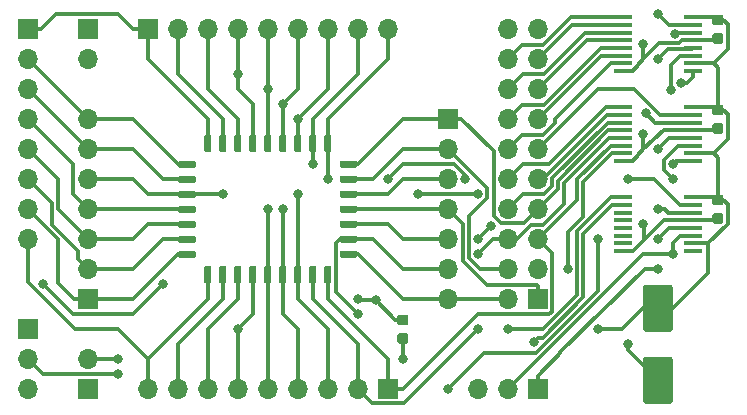
<source format=gbr>
G04 #@! TF.GenerationSoftware,KiCad,Pcbnew,(5.1.5)-3*
G04 #@! TF.CreationDate,2020-01-29T10:29:02+01:00*
G04 #@! TF.ProjectId,ProgrammingBoard,50726f67-7261-46d6-9d69-6e67426f6172,rev?*
G04 #@! TF.SameCoordinates,Original*
G04 #@! TF.FileFunction,Copper,L1,Top*
G04 #@! TF.FilePolarity,Positive*
%FSLAX46Y46*%
G04 Gerber Fmt 4.6, Leading zero omitted, Abs format (unit mm)*
G04 Created by KiCad (PCBNEW (5.1.5)-3) date 2020-01-29 10:29:02*
%MOMM*%
%LPD*%
G04 APERTURE LIST*
%ADD10O,1.700000X1.700000*%
%ADD11R,1.700000X1.700000*%
%ADD12C,0.100000*%
%ADD13R,1.500000X0.450000*%
%ADD14C,0.800000*%
%ADD15C,0.300000*%
%ADD16C,0.250000*%
G04 APERTURE END LIST*
D10*
X168910000Y-132080000D03*
X171450000Y-132080000D03*
X173990000Y-132080000D03*
X176530000Y-132080000D03*
X179070000Y-132080000D03*
X181610000Y-132080000D03*
X184150000Y-132080000D03*
X186690000Y-132080000D03*
D11*
X189230000Y-132080000D03*
D10*
X196850000Y-132080000D03*
X199390000Y-132080000D03*
D11*
X201930000Y-132080000D03*
G04 #@! TA.AperFunction,SMDPad,CuDef*
D12*
G36*
X213114504Y-123221204D02*
G01*
X213138773Y-123224804D01*
X213162571Y-123230765D01*
X213185671Y-123239030D01*
X213207849Y-123249520D01*
X213228893Y-123262133D01*
X213248598Y-123276747D01*
X213266777Y-123293223D01*
X213283253Y-123311402D01*
X213297867Y-123331107D01*
X213310480Y-123352151D01*
X213320970Y-123374329D01*
X213329235Y-123397429D01*
X213335196Y-123421227D01*
X213338796Y-123445496D01*
X213340000Y-123470000D01*
X213340000Y-126970000D01*
X213338796Y-126994504D01*
X213335196Y-127018773D01*
X213329235Y-127042571D01*
X213320970Y-127065671D01*
X213310480Y-127087849D01*
X213297867Y-127108893D01*
X213283253Y-127128598D01*
X213266777Y-127146777D01*
X213248598Y-127163253D01*
X213228893Y-127177867D01*
X213207849Y-127190480D01*
X213185671Y-127200970D01*
X213162571Y-127209235D01*
X213138773Y-127215196D01*
X213114504Y-127218796D01*
X213090000Y-127220000D01*
X211090000Y-127220000D01*
X211065496Y-127218796D01*
X211041227Y-127215196D01*
X211017429Y-127209235D01*
X210994329Y-127200970D01*
X210972151Y-127190480D01*
X210951107Y-127177867D01*
X210931402Y-127163253D01*
X210913223Y-127146777D01*
X210896747Y-127128598D01*
X210882133Y-127108893D01*
X210869520Y-127087849D01*
X210859030Y-127065671D01*
X210850765Y-127042571D01*
X210844804Y-127018773D01*
X210841204Y-126994504D01*
X210840000Y-126970000D01*
X210840000Y-123470000D01*
X210841204Y-123445496D01*
X210844804Y-123421227D01*
X210850765Y-123397429D01*
X210859030Y-123374329D01*
X210869520Y-123352151D01*
X210882133Y-123331107D01*
X210896747Y-123311402D01*
X210913223Y-123293223D01*
X210931402Y-123276747D01*
X210951107Y-123262133D01*
X210972151Y-123249520D01*
X210994329Y-123239030D01*
X211017429Y-123230765D01*
X211041227Y-123224804D01*
X211065496Y-123221204D01*
X211090000Y-123220000D01*
X213090000Y-123220000D01*
X213114504Y-123221204D01*
G37*
G04 #@! TD.AperFunction*
G04 #@! TA.AperFunction,SMDPad,CuDef*
G36*
X213114504Y-129321204D02*
G01*
X213138773Y-129324804D01*
X213162571Y-129330765D01*
X213185671Y-129339030D01*
X213207849Y-129349520D01*
X213228893Y-129362133D01*
X213248598Y-129376747D01*
X213266777Y-129393223D01*
X213283253Y-129411402D01*
X213297867Y-129431107D01*
X213310480Y-129452151D01*
X213320970Y-129474329D01*
X213329235Y-129497429D01*
X213335196Y-129521227D01*
X213338796Y-129545496D01*
X213340000Y-129570000D01*
X213340000Y-133070000D01*
X213338796Y-133094504D01*
X213335196Y-133118773D01*
X213329235Y-133142571D01*
X213320970Y-133165671D01*
X213310480Y-133187849D01*
X213297867Y-133208893D01*
X213283253Y-133228598D01*
X213266777Y-133246777D01*
X213248598Y-133263253D01*
X213228893Y-133277867D01*
X213207849Y-133290480D01*
X213185671Y-133300970D01*
X213162571Y-133309235D01*
X213138773Y-133315196D01*
X213114504Y-133318796D01*
X213090000Y-133320000D01*
X211090000Y-133320000D01*
X211065496Y-133318796D01*
X211041227Y-133315196D01*
X211017429Y-133309235D01*
X210994329Y-133300970D01*
X210972151Y-133290480D01*
X210951107Y-133277867D01*
X210931402Y-133263253D01*
X210913223Y-133246777D01*
X210896747Y-133228598D01*
X210882133Y-133208893D01*
X210869520Y-133187849D01*
X210859030Y-133165671D01*
X210850765Y-133142571D01*
X210844804Y-133118773D01*
X210841204Y-133094504D01*
X210840000Y-133070000D01*
X210840000Y-129570000D01*
X210841204Y-129545496D01*
X210844804Y-129521227D01*
X210850765Y-129497429D01*
X210859030Y-129474329D01*
X210869520Y-129452151D01*
X210882133Y-129431107D01*
X210896747Y-129411402D01*
X210913223Y-129393223D01*
X210931402Y-129376747D01*
X210951107Y-129362133D01*
X210972151Y-129349520D01*
X210994329Y-129339030D01*
X211017429Y-129330765D01*
X211041227Y-129324804D01*
X211065496Y-129321204D01*
X211090000Y-129320000D01*
X213090000Y-129320000D01*
X213114504Y-129321204D01*
G37*
G04 #@! TD.AperFunction*
D11*
X158750000Y-127000000D03*
D10*
X158750000Y-129540000D03*
X158750000Y-132080000D03*
D11*
X163830000Y-132080000D03*
D10*
X163830000Y-129540000D03*
G04 #@! TA.AperFunction,SMDPad,CuDef*
D12*
G36*
X217447691Y-101951053D02*
G01*
X217468926Y-101954203D01*
X217489750Y-101959419D01*
X217509962Y-101966651D01*
X217529368Y-101975830D01*
X217547781Y-101986866D01*
X217565024Y-101999654D01*
X217580930Y-102014070D01*
X217595346Y-102029976D01*
X217608134Y-102047219D01*
X217619170Y-102065632D01*
X217628349Y-102085038D01*
X217635581Y-102105250D01*
X217640797Y-102126074D01*
X217643947Y-102147309D01*
X217645000Y-102168750D01*
X217645000Y-102606250D01*
X217643947Y-102627691D01*
X217640797Y-102648926D01*
X217635581Y-102669750D01*
X217628349Y-102689962D01*
X217619170Y-102709368D01*
X217608134Y-102727781D01*
X217595346Y-102745024D01*
X217580930Y-102760930D01*
X217565024Y-102775346D01*
X217547781Y-102788134D01*
X217529368Y-102799170D01*
X217509962Y-102808349D01*
X217489750Y-102815581D01*
X217468926Y-102820797D01*
X217447691Y-102823947D01*
X217426250Y-102825000D01*
X216913750Y-102825000D01*
X216892309Y-102823947D01*
X216871074Y-102820797D01*
X216850250Y-102815581D01*
X216830038Y-102808349D01*
X216810632Y-102799170D01*
X216792219Y-102788134D01*
X216774976Y-102775346D01*
X216759070Y-102760930D01*
X216744654Y-102745024D01*
X216731866Y-102727781D01*
X216720830Y-102709368D01*
X216711651Y-102689962D01*
X216704419Y-102669750D01*
X216699203Y-102648926D01*
X216696053Y-102627691D01*
X216695000Y-102606250D01*
X216695000Y-102168750D01*
X216696053Y-102147309D01*
X216699203Y-102126074D01*
X216704419Y-102105250D01*
X216711651Y-102085038D01*
X216720830Y-102065632D01*
X216731866Y-102047219D01*
X216744654Y-102029976D01*
X216759070Y-102014070D01*
X216774976Y-101999654D01*
X216792219Y-101986866D01*
X216810632Y-101975830D01*
X216830038Y-101966651D01*
X216850250Y-101959419D01*
X216871074Y-101954203D01*
X216892309Y-101951053D01*
X216913750Y-101950000D01*
X217426250Y-101950000D01*
X217447691Y-101951053D01*
G37*
G04 #@! TD.AperFunction*
G04 #@! TA.AperFunction,SMDPad,CuDef*
G36*
X217447691Y-100376053D02*
G01*
X217468926Y-100379203D01*
X217489750Y-100384419D01*
X217509962Y-100391651D01*
X217529368Y-100400830D01*
X217547781Y-100411866D01*
X217565024Y-100424654D01*
X217580930Y-100439070D01*
X217595346Y-100454976D01*
X217608134Y-100472219D01*
X217619170Y-100490632D01*
X217628349Y-100510038D01*
X217635581Y-100530250D01*
X217640797Y-100551074D01*
X217643947Y-100572309D01*
X217645000Y-100593750D01*
X217645000Y-101031250D01*
X217643947Y-101052691D01*
X217640797Y-101073926D01*
X217635581Y-101094750D01*
X217628349Y-101114962D01*
X217619170Y-101134368D01*
X217608134Y-101152781D01*
X217595346Y-101170024D01*
X217580930Y-101185930D01*
X217565024Y-101200346D01*
X217547781Y-101213134D01*
X217529368Y-101224170D01*
X217509962Y-101233349D01*
X217489750Y-101240581D01*
X217468926Y-101245797D01*
X217447691Y-101248947D01*
X217426250Y-101250000D01*
X216913750Y-101250000D01*
X216892309Y-101248947D01*
X216871074Y-101245797D01*
X216850250Y-101240581D01*
X216830038Y-101233349D01*
X216810632Y-101224170D01*
X216792219Y-101213134D01*
X216774976Y-101200346D01*
X216759070Y-101185930D01*
X216744654Y-101170024D01*
X216731866Y-101152781D01*
X216720830Y-101134368D01*
X216711651Y-101114962D01*
X216704419Y-101094750D01*
X216699203Y-101073926D01*
X216696053Y-101052691D01*
X216695000Y-101031250D01*
X216695000Y-100593750D01*
X216696053Y-100572309D01*
X216699203Y-100551074D01*
X216704419Y-100530250D01*
X216711651Y-100510038D01*
X216720830Y-100490632D01*
X216731866Y-100472219D01*
X216744654Y-100454976D01*
X216759070Y-100439070D01*
X216774976Y-100424654D01*
X216792219Y-100411866D01*
X216810632Y-100400830D01*
X216830038Y-100391651D01*
X216850250Y-100384419D01*
X216871074Y-100379203D01*
X216892309Y-100376053D01*
X216913750Y-100375000D01*
X217426250Y-100375000D01*
X217447691Y-100376053D01*
G37*
G04 #@! TD.AperFunction*
G04 #@! TA.AperFunction,SMDPad,CuDef*
G36*
X217447691Y-109571053D02*
G01*
X217468926Y-109574203D01*
X217489750Y-109579419D01*
X217509962Y-109586651D01*
X217529368Y-109595830D01*
X217547781Y-109606866D01*
X217565024Y-109619654D01*
X217580930Y-109634070D01*
X217595346Y-109649976D01*
X217608134Y-109667219D01*
X217619170Y-109685632D01*
X217628349Y-109705038D01*
X217635581Y-109725250D01*
X217640797Y-109746074D01*
X217643947Y-109767309D01*
X217645000Y-109788750D01*
X217645000Y-110226250D01*
X217643947Y-110247691D01*
X217640797Y-110268926D01*
X217635581Y-110289750D01*
X217628349Y-110309962D01*
X217619170Y-110329368D01*
X217608134Y-110347781D01*
X217595346Y-110365024D01*
X217580930Y-110380930D01*
X217565024Y-110395346D01*
X217547781Y-110408134D01*
X217529368Y-110419170D01*
X217509962Y-110428349D01*
X217489750Y-110435581D01*
X217468926Y-110440797D01*
X217447691Y-110443947D01*
X217426250Y-110445000D01*
X216913750Y-110445000D01*
X216892309Y-110443947D01*
X216871074Y-110440797D01*
X216850250Y-110435581D01*
X216830038Y-110428349D01*
X216810632Y-110419170D01*
X216792219Y-110408134D01*
X216774976Y-110395346D01*
X216759070Y-110380930D01*
X216744654Y-110365024D01*
X216731866Y-110347781D01*
X216720830Y-110329368D01*
X216711651Y-110309962D01*
X216704419Y-110289750D01*
X216699203Y-110268926D01*
X216696053Y-110247691D01*
X216695000Y-110226250D01*
X216695000Y-109788750D01*
X216696053Y-109767309D01*
X216699203Y-109746074D01*
X216704419Y-109725250D01*
X216711651Y-109705038D01*
X216720830Y-109685632D01*
X216731866Y-109667219D01*
X216744654Y-109649976D01*
X216759070Y-109634070D01*
X216774976Y-109619654D01*
X216792219Y-109606866D01*
X216810632Y-109595830D01*
X216830038Y-109586651D01*
X216850250Y-109579419D01*
X216871074Y-109574203D01*
X216892309Y-109571053D01*
X216913750Y-109570000D01*
X217426250Y-109570000D01*
X217447691Y-109571053D01*
G37*
G04 #@! TD.AperFunction*
G04 #@! TA.AperFunction,SMDPad,CuDef*
G36*
X217447691Y-107996053D02*
G01*
X217468926Y-107999203D01*
X217489750Y-108004419D01*
X217509962Y-108011651D01*
X217529368Y-108020830D01*
X217547781Y-108031866D01*
X217565024Y-108044654D01*
X217580930Y-108059070D01*
X217595346Y-108074976D01*
X217608134Y-108092219D01*
X217619170Y-108110632D01*
X217628349Y-108130038D01*
X217635581Y-108150250D01*
X217640797Y-108171074D01*
X217643947Y-108192309D01*
X217645000Y-108213750D01*
X217645000Y-108651250D01*
X217643947Y-108672691D01*
X217640797Y-108693926D01*
X217635581Y-108714750D01*
X217628349Y-108734962D01*
X217619170Y-108754368D01*
X217608134Y-108772781D01*
X217595346Y-108790024D01*
X217580930Y-108805930D01*
X217565024Y-108820346D01*
X217547781Y-108833134D01*
X217529368Y-108844170D01*
X217509962Y-108853349D01*
X217489750Y-108860581D01*
X217468926Y-108865797D01*
X217447691Y-108868947D01*
X217426250Y-108870000D01*
X216913750Y-108870000D01*
X216892309Y-108868947D01*
X216871074Y-108865797D01*
X216850250Y-108860581D01*
X216830038Y-108853349D01*
X216810632Y-108844170D01*
X216792219Y-108833134D01*
X216774976Y-108820346D01*
X216759070Y-108805930D01*
X216744654Y-108790024D01*
X216731866Y-108772781D01*
X216720830Y-108754368D01*
X216711651Y-108734962D01*
X216704419Y-108714750D01*
X216699203Y-108693926D01*
X216696053Y-108672691D01*
X216695000Y-108651250D01*
X216695000Y-108213750D01*
X216696053Y-108192309D01*
X216699203Y-108171074D01*
X216704419Y-108150250D01*
X216711651Y-108130038D01*
X216720830Y-108110632D01*
X216731866Y-108092219D01*
X216744654Y-108074976D01*
X216759070Y-108059070D01*
X216774976Y-108044654D01*
X216792219Y-108031866D01*
X216810632Y-108020830D01*
X216830038Y-108011651D01*
X216850250Y-108004419D01*
X216871074Y-107999203D01*
X216892309Y-107996053D01*
X216913750Y-107995000D01*
X217426250Y-107995000D01*
X217447691Y-107996053D01*
G37*
G04 #@! TD.AperFunction*
G04 #@! TA.AperFunction,SMDPad,CuDef*
G36*
X217447691Y-115616053D02*
G01*
X217468926Y-115619203D01*
X217489750Y-115624419D01*
X217509962Y-115631651D01*
X217529368Y-115640830D01*
X217547781Y-115651866D01*
X217565024Y-115664654D01*
X217580930Y-115679070D01*
X217595346Y-115694976D01*
X217608134Y-115712219D01*
X217619170Y-115730632D01*
X217628349Y-115750038D01*
X217635581Y-115770250D01*
X217640797Y-115791074D01*
X217643947Y-115812309D01*
X217645000Y-115833750D01*
X217645000Y-116271250D01*
X217643947Y-116292691D01*
X217640797Y-116313926D01*
X217635581Y-116334750D01*
X217628349Y-116354962D01*
X217619170Y-116374368D01*
X217608134Y-116392781D01*
X217595346Y-116410024D01*
X217580930Y-116425930D01*
X217565024Y-116440346D01*
X217547781Y-116453134D01*
X217529368Y-116464170D01*
X217509962Y-116473349D01*
X217489750Y-116480581D01*
X217468926Y-116485797D01*
X217447691Y-116488947D01*
X217426250Y-116490000D01*
X216913750Y-116490000D01*
X216892309Y-116488947D01*
X216871074Y-116485797D01*
X216850250Y-116480581D01*
X216830038Y-116473349D01*
X216810632Y-116464170D01*
X216792219Y-116453134D01*
X216774976Y-116440346D01*
X216759070Y-116425930D01*
X216744654Y-116410024D01*
X216731866Y-116392781D01*
X216720830Y-116374368D01*
X216711651Y-116354962D01*
X216704419Y-116334750D01*
X216699203Y-116313926D01*
X216696053Y-116292691D01*
X216695000Y-116271250D01*
X216695000Y-115833750D01*
X216696053Y-115812309D01*
X216699203Y-115791074D01*
X216704419Y-115770250D01*
X216711651Y-115750038D01*
X216720830Y-115730632D01*
X216731866Y-115712219D01*
X216744654Y-115694976D01*
X216759070Y-115679070D01*
X216774976Y-115664654D01*
X216792219Y-115651866D01*
X216810632Y-115640830D01*
X216830038Y-115631651D01*
X216850250Y-115624419D01*
X216871074Y-115619203D01*
X216892309Y-115616053D01*
X216913750Y-115615000D01*
X217426250Y-115615000D01*
X217447691Y-115616053D01*
G37*
G04 #@! TD.AperFunction*
G04 #@! TA.AperFunction,SMDPad,CuDef*
G36*
X217447691Y-117191053D02*
G01*
X217468926Y-117194203D01*
X217489750Y-117199419D01*
X217509962Y-117206651D01*
X217529368Y-117215830D01*
X217547781Y-117226866D01*
X217565024Y-117239654D01*
X217580930Y-117254070D01*
X217595346Y-117269976D01*
X217608134Y-117287219D01*
X217619170Y-117305632D01*
X217628349Y-117325038D01*
X217635581Y-117345250D01*
X217640797Y-117366074D01*
X217643947Y-117387309D01*
X217645000Y-117408750D01*
X217645000Y-117846250D01*
X217643947Y-117867691D01*
X217640797Y-117888926D01*
X217635581Y-117909750D01*
X217628349Y-117929962D01*
X217619170Y-117949368D01*
X217608134Y-117967781D01*
X217595346Y-117985024D01*
X217580930Y-118000930D01*
X217565024Y-118015346D01*
X217547781Y-118028134D01*
X217529368Y-118039170D01*
X217509962Y-118048349D01*
X217489750Y-118055581D01*
X217468926Y-118060797D01*
X217447691Y-118063947D01*
X217426250Y-118065000D01*
X216913750Y-118065000D01*
X216892309Y-118063947D01*
X216871074Y-118060797D01*
X216850250Y-118055581D01*
X216830038Y-118048349D01*
X216810632Y-118039170D01*
X216792219Y-118028134D01*
X216774976Y-118015346D01*
X216759070Y-118000930D01*
X216744654Y-117985024D01*
X216731866Y-117967781D01*
X216720830Y-117949368D01*
X216711651Y-117929962D01*
X216704419Y-117909750D01*
X216699203Y-117888926D01*
X216696053Y-117867691D01*
X216695000Y-117846250D01*
X216695000Y-117408750D01*
X216696053Y-117387309D01*
X216699203Y-117366074D01*
X216704419Y-117345250D01*
X216711651Y-117325038D01*
X216720830Y-117305632D01*
X216731866Y-117287219D01*
X216744654Y-117269976D01*
X216759070Y-117254070D01*
X216774976Y-117239654D01*
X216792219Y-117226866D01*
X216810632Y-117215830D01*
X216830038Y-117206651D01*
X216850250Y-117199419D01*
X216871074Y-117194203D01*
X216892309Y-117191053D01*
X216913750Y-117190000D01*
X217426250Y-117190000D01*
X217447691Y-117191053D01*
G37*
G04 #@! TD.AperFunction*
G04 #@! TA.AperFunction,SMDPad,CuDef*
G36*
X190777691Y-127351053D02*
G01*
X190798926Y-127354203D01*
X190819750Y-127359419D01*
X190839962Y-127366651D01*
X190859368Y-127375830D01*
X190877781Y-127386866D01*
X190895024Y-127399654D01*
X190910930Y-127414070D01*
X190925346Y-127429976D01*
X190938134Y-127447219D01*
X190949170Y-127465632D01*
X190958349Y-127485038D01*
X190965581Y-127505250D01*
X190970797Y-127526074D01*
X190973947Y-127547309D01*
X190975000Y-127568750D01*
X190975000Y-128006250D01*
X190973947Y-128027691D01*
X190970797Y-128048926D01*
X190965581Y-128069750D01*
X190958349Y-128089962D01*
X190949170Y-128109368D01*
X190938134Y-128127781D01*
X190925346Y-128145024D01*
X190910930Y-128160930D01*
X190895024Y-128175346D01*
X190877781Y-128188134D01*
X190859368Y-128199170D01*
X190839962Y-128208349D01*
X190819750Y-128215581D01*
X190798926Y-128220797D01*
X190777691Y-128223947D01*
X190756250Y-128225000D01*
X190243750Y-128225000D01*
X190222309Y-128223947D01*
X190201074Y-128220797D01*
X190180250Y-128215581D01*
X190160038Y-128208349D01*
X190140632Y-128199170D01*
X190122219Y-128188134D01*
X190104976Y-128175346D01*
X190089070Y-128160930D01*
X190074654Y-128145024D01*
X190061866Y-128127781D01*
X190050830Y-128109368D01*
X190041651Y-128089962D01*
X190034419Y-128069750D01*
X190029203Y-128048926D01*
X190026053Y-128027691D01*
X190025000Y-128006250D01*
X190025000Y-127568750D01*
X190026053Y-127547309D01*
X190029203Y-127526074D01*
X190034419Y-127505250D01*
X190041651Y-127485038D01*
X190050830Y-127465632D01*
X190061866Y-127447219D01*
X190074654Y-127429976D01*
X190089070Y-127414070D01*
X190104976Y-127399654D01*
X190122219Y-127386866D01*
X190140632Y-127375830D01*
X190160038Y-127366651D01*
X190180250Y-127359419D01*
X190201074Y-127354203D01*
X190222309Y-127351053D01*
X190243750Y-127350000D01*
X190756250Y-127350000D01*
X190777691Y-127351053D01*
G37*
G04 #@! TD.AperFunction*
G04 #@! TA.AperFunction,SMDPad,CuDef*
G36*
X190777691Y-125776053D02*
G01*
X190798926Y-125779203D01*
X190819750Y-125784419D01*
X190839962Y-125791651D01*
X190859368Y-125800830D01*
X190877781Y-125811866D01*
X190895024Y-125824654D01*
X190910930Y-125839070D01*
X190925346Y-125854976D01*
X190938134Y-125872219D01*
X190949170Y-125890632D01*
X190958349Y-125910038D01*
X190965581Y-125930250D01*
X190970797Y-125951074D01*
X190973947Y-125972309D01*
X190975000Y-125993750D01*
X190975000Y-126431250D01*
X190973947Y-126452691D01*
X190970797Y-126473926D01*
X190965581Y-126494750D01*
X190958349Y-126514962D01*
X190949170Y-126534368D01*
X190938134Y-126552781D01*
X190925346Y-126570024D01*
X190910930Y-126585930D01*
X190895024Y-126600346D01*
X190877781Y-126613134D01*
X190859368Y-126624170D01*
X190839962Y-126633349D01*
X190819750Y-126640581D01*
X190798926Y-126645797D01*
X190777691Y-126648947D01*
X190756250Y-126650000D01*
X190243750Y-126650000D01*
X190222309Y-126648947D01*
X190201074Y-126645797D01*
X190180250Y-126640581D01*
X190160038Y-126633349D01*
X190140632Y-126624170D01*
X190122219Y-126613134D01*
X190104976Y-126600346D01*
X190089070Y-126585930D01*
X190074654Y-126570024D01*
X190061866Y-126552781D01*
X190050830Y-126534368D01*
X190041651Y-126514962D01*
X190034419Y-126494750D01*
X190029203Y-126473926D01*
X190026053Y-126452691D01*
X190025000Y-126431250D01*
X190025000Y-125993750D01*
X190026053Y-125972309D01*
X190029203Y-125951074D01*
X190034419Y-125930250D01*
X190041651Y-125910038D01*
X190050830Y-125890632D01*
X190061866Y-125872219D01*
X190074654Y-125854976D01*
X190089070Y-125839070D01*
X190104976Y-125824654D01*
X190122219Y-125811866D01*
X190140632Y-125800830D01*
X190160038Y-125791651D01*
X190180250Y-125784419D01*
X190201074Y-125779203D01*
X190222309Y-125776053D01*
X190243750Y-125775000D01*
X190756250Y-125775000D01*
X190777691Y-125776053D01*
G37*
G04 #@! TD.AperFunction*
D11*
X168910000Y-101600000D03*
D10*
X171450000Y-101600000D03*
X173990000Y-101600000D03*
X176530000Y-101600000D03*
X179070000Y-101600000D03*
X181610000Y-101600000D03*
X184150000Y-101600000D03*
X186690000Y-101600000D03*
X189230000Y-101600000D03*
D11*
X194310000Y-109220000D03*
D10*
X194310000Y-111760000D03*
X194310000Y-114300000D03*
X194310000Y-116840000D03*
X194310000Y-119380000D03*
X194310000Y-121920000D03*
X194310000Y-124460000D03*
X163830000Y-109220000D03*
X163830000Y-111760000D03*
X163830000Y-114300000D03*
X163830000Y-116840000D03*
X163830000Y-119380000D03*
X163830000Y-121920000D03*
D11*
X163830000Y-124460000D03*
X201930000Y-124460000D03*
D10*
X199390000Y-124460000D03*
X201930000Y-121920000D03*
X199390000Y-121920000D03*
X201930000Y-119380000D03*
X199390000Y-119380000D03*
X201930000Y-116840000D03*
X199390000Y-116840000D03*
X201930000Y-114300000D03*
X199390000Y-114300000D03*
X201930000Y-111760000D03*
X199390000Y-111760000D03*
X201930000Y-109220000D03*
X199390000Y-109220000D03*
X201930000Y-106680000D03*
X199390000Y-106680000D03*
X201930000Y-104140000D03*
X199390000Y-104140000D03*
X201930000Y-101600000D03*
X199390000Y-101600000D03*
D11*
X158750000Y-101600000D03*
D10*
X158750000Y-104140000D03*
X158750000Y-106680000D03*
X158750000Y-109220000D03*
X158750000Y-111760000D03*
X158750000Y-114300000D03*
X158750000Y-116840000D03*
X158750000Y-119380000D03*
G04 #@! TA.AperFunction,SMDPad,CuDef*
D12*
G36*
X186509703Y-116540722D02*
G01*
X186524264Y-116542882D01*
X186538543Y-116546459D01*
X186552403Y-116551418D01*
X186565710Y-116557712D01*
X186578336Y-116565280D01*
X186590159Y-116574048D01*
X186601066Y-116583934D01*
X186610952Y-116594841D01*
X186619720Y-116606664D01*
X186627288Y-116619290D01*
X186633582Y-116632597D01*
X186638541Y-116646457D01*
X186642118Y-116660736D01*
X186644278Y-116675297D01*
X186645000Y-116690000D01*
X186645000Y-116990000D01*
X186644278Y-117004703D01*
X186642118Y-117019264D01*
X186638541Y-117033543D01*
X186633582Y-117047403D01*
X186627288Y-117060710D01*
X186619720Y-117073336D01*
X186610952Y-117085159D01*
X186601066Y-117096066D01*
X186590159Y-117105952D01*
X186578336Y-117114720D01*
X186565710Y-117122288D01*
X186552403Y-117128582D01*
X186538543Y-117133541D01*
X186524264Y-117137118D01*
X186509703Y-117139278D01*
X186495000Y-117140000D01*
X185320000Y-117140000D01*
X185305297Y-117139278D01*
X185290736Y-117137118D01*
X185276457Y-117133541D01*
X185262597Y-117128582D01*
X185249290Y-117122288D01*
X185236664Y-117114720D01*
X185224841Y-117105952D01*
X185213934Y-117096066D01*
X185204048Y-117085159D01*
X185195280Y-117073336D01*
X185187712Y-117060710D01*
X185181418Y-117047403D01*
X185176459Y-117033543D01*
X185172882Y-117019264D01*
X185170722Y-117004703D01*
X185170000Y-116990000D01*
X185170000Y-116690000D01*
X185170722Y-116675297D01*
X185172882Y-116660736D01*
X185176459Y-116646457D01*
X185181418Y-116632597D01*
X185187712Y-116619290D01*
X185195280Y-116606664D01*
X185204048Y-116594841D01*
X185213934Y-116583934D01*
X185224841Y-116574048D01*
X185236664Y-116565280D01*
X185249290Y-116557712D01*
X185262597Y-116551418D01*
X185276457Y-116546459D01*
X185290736Y-116542882D01*
X185305297Y-116540722D01*
X185320000Y-116540000D01*
X186495000Y-116540000D01*
X186509703Y-116540722D01*
G37*
G04 #@! TD.AperFunction*
G04 #@! TA.AperFunction,SMDPad,CuDef*
G36*
X186509703Y-115270722D02*
G01*
X186524264Y-115272882D01*
X186538543Y-115276459D01*
X186552403Y-115281418D01*
X186565710Y-115287712D01*
X186578336Y-115295280D01*
X186590159Y-115304048D01*
X186601066Y-115313934D01*
X186610952Y-115324841D01*
X186619720Y-115336664D01*
X186627288Y-115349290D01*
X186633582Y-115362597D01*
X186638541Y-115376457D01*
X186642118Y-115390736D01*
X186644278Y-115405297D01*
X186645000Y-115420000D01*
X186645000Y-115720000D01*
X186644278Y-115734703D01*
X186642118Y-115749264D01*
X186638541Y-115763543D01*
X186633582Y-115777403D01*
X186627288Y-115790710D01*
X186619720Y-115803336D01*
X186610952Y-115815159D01*
X186601066Y-115826066D01*
X186590159Y-115835952D01*
X186578336Y-115844720D01*
X186565710Y-115852288D01*
X186552403Y-115858582D01*
X186538543Y-115863541D01*
X186524264Y-115867118D01*
X186509703Y-115869278D01*
X186495000Y-115870000D01*
X185320000Y-115870000D01*
X185305297Y-115869278D01*
X185290736Y-115867118D01*
X185276457Y-115863541D01*
X185262597Y-115858582D01*
X185249290Y-115852288D01*
X185236664Y-115844720D01*
X185224841Y-115835952D01*
X185213934Y-115826066D01*
X185204048Y-115815159D01*
X185195280Y-115803336D01*
X185187712Y-115790710D01*
X185181418Y-115777403D01*
X185176459Y-115763543D01*
X185172882Y-115749264D01*
X185170722Y-115734703D01*
X185170000Y-115720000D01*
X185170000Y-115420000D01*
X185170722Y-115405297D01*
X185172882Y-115390736D01*
X185176459Y-115376457D01*
X185181418Y-115362597D01*
X185187712Y-115349290D01*
X185195280Y-115336664D01*
X185204048Y-115324841D01*
X185213934Y-115313934D01*
X185224841Y-115304048D01*
X185236664Y-115295280D01*
X185249290Y-115287712D01*
X185262597Y-115281418D01*
X185276457Y-115276459D01*
X185290736Y-115272882D01*
X185305297Y-115270722D01*
X185320000Y-115270000D01*
X186495000Y-115270000D01*
X186509703Y-115270722D01*
G37*
G04 #@! TD.AperFunction*
G04 #@! TA.AperFunction,SMDPad,CuDef*
G36*
X186509703Y-114000722D02*
G01*
X186524264Y-114002882D01*
X186538543Y-114006459D01*
X186552403Y-114011418D01*
X186565710Y-114017712D01*
X186578336Y-114025280D01*
X186590159Y-114034048D01*
X186601066Y-114043934D01*
X186610952Y-114054841D01*
X186619720Y-114066664D01*
X186627288Y-114079290D01*
X186633582Y-114092597D01*
X186638541Y-114106457D01*
X186642118Y-114120736D01*
X186644278Y-114135297D01*
X186645000Y-114150000D01*
X186645000Y-114450000D01*
X186644278Y-114464703D01*
X186642118Y-114479264D01*
X186638541Y-114493543D01*
X186633582Y-114507403D01*
X186627288Y-114520710D01*
X186619720Y-114533336D01*
X186610952Y-114545159D01*
X186601066Y-114556066D01*
X186590159Y-114565952D01*
X186578336Y-114574720D01*
X186565710Y-114582288D01*
X186552403Y-114588582D01*
X186538543Y-114593541D01*
X186524264Y-114597118D01*
X186509703Y-114599278D01*
X186495000Y-114600000D01*
X185320000Y-114600000D01*
X185305297Y-114599278D01*
X185290736Y-114597118D01*
X185276457Y-114593541D01*
X185262597Y-114588582D01*
X185249290Y-114582288D01*
X185236664Y-114574720D01*
X185224841Y-114565952D01*
X185213934Y-114556066D01*
X185204048Y-114545159D01*
X185195280Y-114533336D01*
X185187712Y-114520710D01*
X185181418Y-114507403D01*
X185176459Y-114493543D01*
X185172882Y-114479264D01*
X185170722Y-114464703D01*
X185170000Y-114450000D01*
X185170000Y-114150000D01*
X185170722Y-114135297D01*
X185172882Y-114120736D01*
X185176459Y-114106457D01*
X185181418Y-114092597D01*
X185187712Y-114079290D01*
X185195280Y-114066664D01*
X185204048Y-114054841D01*
X185213934Y-114043934D01*
X185224841Y-114034048D01*
X185236664Y-114025280D01*
X185249290Y-114017712D01*
X185262597Y-114011418D01*
X185276457Y-114006459D01*
X185290736Y-114002882D01*
X185305297Y-114000722D01*
X185320000Y-114000000D01*
X186495000Y-114000000D01*
X186509703Y-114000722D01*
G37*
G04 #@! TD.AperFunction*
G04 #@! TA.AperFunction,SMDPad,CuDef*
G36*
X186509703Y-112730722D02*
G01*
X186524264Y-112732882D01*
X186538543Y-112736459D01*
X186552403Y-112741418D01*
X186565710Y-112747712D01*
X186578336Y-112755280D01*
X186590159Y-112764048D01*
X186601066Y-112773934D01*
X186610952Y-112784841D01*
X186619720Y-112796664D01*
X186627288Y-112809290D01*
X186633582Y-112822597D01*
X186638541Y-112836457D01*
X186642118Y-112850736D01*
X186644278Y-112865297D01*
X186645000Y-112880000D01*
X186645000Y-113180000D01*
X186644278Y-113194703D01*
X186642118Y-113209264D01*
X186638541Y-113223543D01*
X186633582Y-113237403D01*
X186627288Y-113250710D01*
X186619720Y-113263336D01*
X186610952Y-113275159D01*
X186601066Y-113286066D01*
X186590159Y-113295952D01*
X186578336Y-113304720D01*
X186565710Y-113312288D01*
X186552403Y-113318582D01*
X186538543Y-113323541D01*
X186524264Y-113327118D01*
X186509703Y-113329278D01*
X186495000Y-113330000D01*
X185320000Y-113330000D01*
X185305297Y-113329278D01*
X185290736Y-113327118D01*
X185276457Y-113323541D01*
X185262597Y-113318582D01*
X185249290Y-113312288D01*
X185236664Y-113304720D01*
X185224841Y-113295952D01*
X185213934Y-113286066D01*
X185204048Y-113275159D01*
X185195280Y-113263336D01*
X185187712Y-113250710D01*
X185181418Y-113237403D01*
X185176459Y-113223543D01*
X185172882Y-113209264D01*
X185170722Y-113194703D01*
X185170000Y-113180000D01*
X185170000Y-112880000D01*
X185170722Y-112865297D01*
X185172882Y-112850736D01*
X185176459Y-112836457D01*
X185181418Y-112822597D01*
X185187712Y-112809290D01*
X185195280Y-112796664D01*
X185204048Y-112784841D01*
X185213934Y-112773934D01*
X185224841Y-112764048D01*
X185236664Y-112755280D01*
X185249290Y-112747712D01*
X185262597Y-112741418D01*
X185276457Y-112736459D01*
X185290736Y-112732882D01*
X185305297Y-112730722D01*
X185320000Y-112730000D01*
X186495000Y-112730000D01*
X186509703Y-112730722D01*
G37*
G04 #@! TD.AperFunction*
G04 #@! TA.AperFunction,SMDPad,CuDef*
G36*
X184314703Y-110540722D02*
G01*
X184329264Y-110542882D01*
X184343543Y-110546459D01*
X184357403Y-110551418D01*
X184370710Y-110557712D01*
X184383336Y-110565280D01*
X184395159Y-110574048D01*
X184406066Y-110583934D01*
X184415952Y-110594841D01*
X184424720Y-110606664D01*
X184432288Y-110619290D01*
X184438582Y-110632597D01*
X184443541Y-110646457D01*
X184447118Y-110660736D01*
X184449278Y-110675297D01*
X184450000Y-110690000D01*
X184450000Y-111865000D01*
X184449278Y-111879703D01*
X184447118Y-111894264D01*
X184443541Y-111908543D01*
X184438582Y-111922403D01*
X184432288Y-111935710D01*
X184424720Y-111948336D01*
X184415952Y-111960159D01*
X184406066Y-111971066D01*
X184395159Y-111980952D01*
X184383336Y-111989720D01*
X184370710Y-111997288D01*
X184357403Y-112003582D01*
X184343543Y-112008541D01*
X184329264Y-112012118D01*
X184314703Y-112014278D01*
X184300000Y-112015000D01*
X184000000Y-112015000D01*
X183985297Y-112014278D01*
X183970736Y-112012118D01*
X183956457Y-112008541D01*
X183942597Y-112003582D01*
X183929290Y-111997288D01*
X183916664Y-111989720D01*
X183904841Y-111980952D01*
X183893934Y-111971066D01*
X183884048Y-111960159D01*
X183875280Y-111948336D01*
X183867712Y-111935710D01*
X183861418Y-111922403D01*
X183856459Y-111908543D01*
X183852882Y-111894264D01*
X183850722Y-111879703D01*
X183850000Y-111865000D01*
X183850000Y-110690000D01*
X183850722Y-110675297D01*
X183852882Y-110660736D01*
X183856459Y-110646457D01*
X183861418Y-110632597D01*
X183867712Y-110619290D01*
X183875280Y-110606664D01*
X183884048Y-110594841D01*
X183893934Y-110583934D01*
X183904841Y-110574048D01*
X183916664Y-110565280D01*
X183929290Y-110557712D01*
X183942597Y-110551418D01*
X183956457Y-110546459D01*
X183970736Y-110542882D01*
X183985297Y-110540722D01*
X184000000Y-110540000D01*
X184300000Y-110540000D01*
X184314703Y-110540722D01*
G37*
G04 #@! TD.AperFunction*
G04 #@! TA.AperFunction,SMDPad,CuDef*
G36*
X183044703Y-110540722D02*
G01*
X183059264Y-110542882D01*
X183073543Y-110546459D01*
X183087403Y-110551418D01*
X183100710Y-110557712D01*
X183113336Y-110565280D01*
X183125159Y-110574048D01*
X183136066Y-110583934D01*
X183145952Y-110594841D01*
X183154720Y-110606664D01*
X183162288Y-110619290D01*
X183168582Y-110632597D01*
X183173541Y-110646457D01*
X183177118Y-110660736D01*
X183179278Y-110675297D01*
X183180000Y-110690000D01*
X183180000Y-111865000D01*
X183179278Y-111879703D01*
X183177118Y-111894264D01*
X183173541Y-111908543D01*
X183168582Y-111922403D01*
X183162288Y-111935710D01*
X183154720Y-111948336D01*
X183145952Y-111960159D01*
X183136066Y-111971066D01*
X183125159Y-111980952D01*
X183113336Y-111989720D01*
X183100710Y-111997288D01*
X183087403Y-112003582D01*
X183073543Y-112008541D01*
X183059264Y-112012118D01*
X183044703Y-112014278D01*
X183030000Y-112015000D01*
X182730000Y-112015000D01*
X182715297Y-112014278D01*
X182700736Y-112012118D01*
X182686457Y-112008541D01*
X182672597Y-112003582D01*
X182659290Y-111997288D01*
X182646664Y-111989720D01*
X182634841Y-111980952D01*
X182623934Y-111971066D01*
X182614048Y-111960159D01*
X182605280Y-111948336D01*
X182597712Y-111935710D01*
X182591418Y-111922403D01*
X182586459Y-111908543D01*
X182582882Y-111894264D01*
X182580722Y-111879703D01*
X182580000Y-111865000D01*
X182580000Y-110690000D01*
X182580722Y-110675297D01*
X182582882Y-110660736D01*
X182586459Y-110646457D01*
X182591418Y-110632597D01*
X182597712Y-110619290D01*
X182605280Y-110606664D01*
X182614048Y-110594841D01*
X182623934Y-110583934D01*
X182634841Y-110574048D01*
X182646664Y-110565280D01*
X182659290Y-110557712D01*
X182672597Y-110551418D01*
X182686457Y-110546459D01*
X182700736Y-110542882D01*
X182715297Y-110540722D01*
X182730000Y-110540000D01*
X183030000Y-110540000D01*
X183044703Y-110540722D01*
G37*
G04 #@! TD.AperFunction*
G04 #@! TA.AperFunction,SMDPad,CuDef*
G36*
X181774703Y-110540722D02*
G01*
X181789264Y-110542882D01*
X181803543Y-110546459D01*
X181817403Y-110551418D01*
X181830710Y-110557712D01*
X181843336Y-110565280D01*
X181855159Y-110574048D01*
X181866066Y-110583934D01*
X181875952Y-110594841D01*
X181884720Y-110606664D01*
X181892288Y-110619290D01*
X181898582Y-110632597D01*
X181903541Y-110646457D01*
X181907118Y-110660736D01*
X181909278Y-110675297D01*
X181910000Y-110690000D01*
X181910000Y-111865000D01*
X181909278Y-111879703D01*
X181907118Y-111894264D01*
X181903541Y-111908543D01*
X181898582Y-111922403D01*
X181892288Y-111935710D01*
X181884720Y-111948336D01*
X181875952Y-111960159D01*
X181866066Y-111971066D01*
X181855159Y-111980952D01*
X181843336Y-111989720D01*
X181830710Y-111997288D01*
X181817403Y-112003582D01*
X181803543Y-112008541D01*
X181789264Y-112012118D01*
X181774703Y-112014278D01*
X181760000Y-112015000D01*
X181460000Y-112015000D01*
X181445297Y-112014278D01*
X181430736Y-112012118D01*
X181416457Y-112008541D01*
X181402597Y-112003582D01*
X181389290Y-111997288D01*
X181376664Y-111989720D01*
X181364841Y-111980952D01*
X181353934Y-111971066D01*
X181344048Y-111960159D01*
X181335280Y-111948336D01*
X181327712Y-111935710D01*
X181321418Y-111922403D01*
X181316459Y-111908543D01*
X181312882Y-111894264D01*
X181310722Y-111879703D01*
X181310000Y-111865000D01*
X181310000Y-110690000D01*
X181310722Y-110675297D01*
X181312882Y-110660736D01*
X181316459Y-110646457D01*
X181321418Y-110632597D01*
X181327712Y-110619290D01*
X181335280Y-110606664D01*
X181344048Y-110594841D01*
X181353934Y-110583934D01*
X181364841Y-110574048D01*
X181376664Y-110565280D01*
X181389290Y-110557712D01*
X181402597Y-110551418D01*
X181416457Y-110546459D01*
X181430736Y-110542882D01*
X181445297Y-110540722D01*
X181460000Y-110540000D01*
X181760000Y-110540000D01*
X181774703Y-110540722D01*
G37*
G04 #@! TD.AperFunction*
G04 #@! TA.AperFunction,SMDPad,CuDef*
G36*
X180504703Y-110540722D02*
G01*
X180519264Y-110542882D01*
X180533543Y-110546459D01*
X180547403Y-110551418D01*
X180560710Y-110557712D01*
X180573336Y-110565280D01*
X180585159Y-110574048D01*
X180596066Y-110583934D01*
X180605952Y-110594841D01*
X180614720Y-110606664D01*
X180622288Y-110619290D01*
X180628582Y-110632597D01*
X180633541Y-110646457D01*
X180637118Y-110660736D01*
X180639278Y-110675297D01*
X180640000Y-110690000D01*
X180640000Y-111865000D01*
X180639278Y-111879703D01*
X180637118Y-111894264D01*
X180633541Y-111908543D01*
X180628582Y-111922403D01*
X180622288Y-111935710D01*
X180614720Y-111948336D01*
X180605952Y-111960159D01*
X180596066Y-111971066D01*
X180585159Y-111980952D01*
X180573336Y-111989720D01*
X180560710Y-111997288D01*
X180547403Y-112003582D01*
X180533543Y-112008541D01*
X180519264Y-112012118D01*
X180504703Y-112014278D01*
X180490000Y-112015000D01*
X180190000Y-112015000D01*
X180175297Y-112014278D01*
X180160736Y-112012118D01*
X180146457Y-112008541D01*
X180132597Y-112003582D01*
X180119290Y-111997288D01*
X180106664Y-111989720D01*
X180094841Y-111980952D01*
X180083934Y-111971066D01*
X180074048Y-111960159D01*
X180065280Y-111948336D01*
X180057712Y-111935710D01*
X180051418Y-111922403D01*
X180046459Y-111908543D01*
X180042882Y-111894264D01*
X180040722Y-111879703D01*
X180040000Y-111865000D01*
X180040000Y-110690000D01*
X180040722Y-110675297D01*
X180042882Y-110660736D01*
X180046459Y-110646457D01*
X180051418Y-110632597D01*
X180057712Y-110619290D01*
X180065280Y-110606664D01*
X180074048Y-110594841D01*
X180083934Y-110583934D01*
X180094841Y-110574048D01*
X180106664Y-110565280D01*
X180119290Y-110557712D01*
X180132597Y-110551418D01*
X180146457Y-110546459D01*
X180160736Y-110542882D01*
X180175297Y-110540722D01*
X180190000Y-110540000D01*
X180490000Y-110540000D01*
X180504703Y-110540722D01*
G37*
G04 #@! TD.AperFunction*
G04 #@! TA.AperFunction,SMDPad,CuDef*
G36*
X179234703Y-110540722D02*
G01*
X179249264Y-110542882D01*
X179263543Y-110546459D01*
X179277403Y-110551418D01*
X179290710Y-110557712D01*
X179303336Y-110565280D01*
X179315159Y-110574048D01*
X179326066Y-110583934D01*
X179335952Y-110594841D01*
X179344720Y-110606664D01*
X179352288Y-110619290D01*
X179358582Y-110632597D01*
X179363541Y-110646457D01*
X179367118Y-110660736D01*
X179369278Y-110675297D01*
X179370000Y-110690000D01*
X179370000Y-111865000D01*
X179369278Y-111879703D01*
X179367118Y-111894264D01*
X179363541Y-111908543D01*
X179358582Y-111922403D01*
X179352288Y-111935710D01*
X179344720Y-111948336D01*
X179335952Y-111960159D01*
X179326066Y-111971066D01*
X179315159Y-111980952D01*
X179303336Y-111989720D01*
X179290710Y-111997288D01*
X179277403Y-112003582D01*
X179263543Y-112008541D01*
X179249264Y-112012118D01*
X179234703Y-112014278D01*
X179220000Y-112015000D01*
X178920000Y-112015000D01*
X178905297Y-112014278D01*
X178890736Y-112012118D01*
X178876457Y-112008541D01*
X178862597Y-112003582D01*
X178849290Y-111997288D01*
X178836664Y-111989720D01*
X178824841Y-111980952D01*
X178813934Y-111971066D01*
X178804048Y-111960159D01*
X178795280Y-111948336D01*
X178787712Y-111935710D01*
X178781418Y-111922403D01*
X178776459Y-111908543D01*
X178772882Y-111894264D01*
X178770722Y-111879703D01*
X178770000Y-111865000D01*
X178770000Y-110690000D01*
X178770722Y-110675297D01*
X178772882Y-110660736D01*
X178776459Y-110646457D01*
X178781418Y-110632597D01*
X178787712Y-110619290D01*
X178795280Y-110606664D01*
X178804048Y-110594841D01*
X178813934Y-110583934D01*
X178824841Y-110574048D01*
X178836664Y-110565280D01*
X178849290Y-110557712D01*
X178862597Y-110551418D01*
X178876457Y-110546459D01*
X178890736Y-110542882D01*
X178905297Y-110540722D01*
X178920000Y-110540000D01*
X179220000Y-110540000D01*
X179234703Y-110540722D01*
G37*
G04 #@! TD.AperFunction*
G04 #@! TA.AperFunction,SMDPad,CuDef*
G36*
X177964703Y-110540722D02*
G01*
X177979264Y-110542882D01*
X177993543Y-110546459D01*
X178007403Y-110551418D01*
X178020710Y-110557712D01*
X178033336Y-110565280D01*
X178045159Y-110574048D01*
X178056066Y-110583934D01*
X178065952Y-110594841D01*
X178074720Y-110606664D01*
X178082288Y-110619290D01*
X178088582Y-110632597D01*
X178093541Y-110646457D01*
X178097118Y-110660736D01*
X178099278Y-110675297D01*
X178100000Y-110690000D01*
X178100000Y-111865000D01*
X178099278Y-111879703D01*
X178097118Y-111894264D01*
X178093541Y-111908543D01*
X178088582Y-111922403D01*
X178082288Y-111935710D01*
X178074720Y-111948336D01*
X178065952Y-111960159D01*
X178056066Y-111971066D01*
X178045159Y-111980952D01*
X178033336Y-111989720D01*
X178020710Y-111997288D01*
X178007403Y-112003582D01*
X177993543Y-112008541D01*
X177979264Y-112012118D01*
X177964703Y-112014278D01*
X177950000Y-112015000D01*
X177650000Y-112015000D01*
X177635297Y-112014278D01*
X177620736Y-112012118D01*
X177606457Y-112008541D01*
X177592597Y-112003582D01*
X177579290Y-111997288D01*
X177566664Y-111989720D01*
X177554841Y-111980952D01*
X177543934Y-111971066D01*
X177534048Y-111960159D01*
X177525280Y-111948336D01*
X177517712Y-111935710D01*
X177511418Y-111922403D01*
X177506459Y-111908543D01*
X177502882Y-111894264D01*
X177500722Y-111879703D01*
X177500000Y-111865000D01*
X177500000Y-110690000D01*
X177500722Y-110675297D01*
X177502882Y-110660736D01*
X177506459Y-110646457D01*
X177511418Y-110632597D01*
X177517712Y-110619290D01*
X177525280Y-110606664D01*
X177534048Y-110594841D01*
X177543934Y-110583934D01*
X177554841Y-110574048D01*
X177566664Y-110565280D01*
X177579290Y-110557712D01*
X177592597Y-110551418D01*
X177606457Y-110546459D01*
X177620736Y-110542882D01*
X177635297Y-110540722D01*
X177650000Y-110540000D01*
X177950000Y-110540000D01*
X177964703Y-110540722D01*
G37*
G04 #@! TD.AperFunction*
G04 #@! TA.AperFunction,SMDPad,CuDef*
G36*
X176694703Y-110540722D02*
G01*
X176709264Y-110542882D01*
X176723543Y-110546459D01*
X176737403Y-110551418D01*
X176750710Y-110557712D01*
X176763336Y-110565280D01*
X176775159Y-110574048D01*
X176786066Y-110583934D01*
X176795952Y-110594841D01*
X176804720Y-110606664D01*
X176812288Y-110619290D01*
X176818582Y-110632597D01*
X176823541Y-110646457D01*
X176827118Y-110660736D01*
X176829278Y-110675297D01*
X176830000Y-110690000D01*
X176830000Y-111865000D01*
X176829278Y-111879703D01*
X176827118Y-111894264D01*
X176823541Y-111908543D01*
X176818582Y-111922403D01*
X176812288Y-111935710D01*
X176804720Y-111948336D01*
X176795952Y-111960159D01*
X176786066Y-111971066D01*
X176775159Y-111980952D01*
X176763336Y-111989720D01*
X176750710Y-111997288D01*
X176737403Y-112003582D01*
X176723543Y-112008541D01*
X176709264Y-112012118D01*
X176694703Y-112014278D01*
X176680000Y-112015000D01*
X176380000Y-112015000D01*
X176365297Y-112014278D01*
X176350736Y-112012118D01*
X176336457Y-112008541D01*
X176322597Y-112003582D01*
X176309290Y-111997288D01*
X176296664Y-111989720D01*
X176284841Y-111980952D01*
X176273934Y-111971066D01*
X176264048Y-111960159D01*
X176255280Y-111948336D01*
X176247712Y-111935710D01*
X176241418Y-111922403D01*
X176236459Y-111908543D01*
X176232882Y-111894264D01*
X176230722Y-111879703D01*
X176230000Y-111865000D01*
X176230000Y-110690000D01*
X176230722Y-110675297D01*
X176232882Y-110660736D01*
X176236459Y-110646457D01*
X176241418Y-110632597D01*
X176247712Y-110619290D01*
X176255280Y-110606664D01*
X176264048Y-110594841D01*
X176273934Y-110583934D01*
X176284841Y-110574048D01*
X176296664Y-110565280D01*
X176309290Y-110557712D01*
X176322597Y-110551418D01*
X176336457Y-110546459D01*
X176350736Y-110542882D01*
X176365297Y-110540722D01*
X176380000Y-110540000D01*
X176680000Y-110540000D01*
X176694703Y-110540722D01*
G37*
G04 #@! TD.AperFunction*
G04 #@! TA.AperFunction,SMDPad,CuDef*
G36*
X175424703Y-110540722D02*
G01*
X175439264Y-110542882D01*
X175453543Y-110546459D01*
X175467403Y-110551418D01*
X175480710Y-110557712D01*
X175493336Y-110565280D01*
X175505159Y-110574048D01*
X175516066Y-110583934D01*
X175525952Y-110594841D01*
X175534720Y-110606664D01*
X175542288Y-110619290D01*
X175548582Y-110632597D01*
X175553541Y-110646457D01*
X175557118Y-110660736D01*
X175559278Y-110675297D01*
X175560000Y-110690000D01*
X175560000Y-111865000D01*
X175559278Y-111879703D01*
X175557118Y-111894264D01*
X175553541Y-111908543D01*
X175548582Y-111922403D01*
X175542288Y-111935710D01*
X175534720Y-111948336D01*
X175525952Y-111960159D01*
X175516066Y-111971066D01*
X175505159Y-111980952D01*
X175493336Y-111989720D01*
X175480710Y-111997288D01*
X175467403Y-112003582D01*
X175453543Y-112008541D01*
X175439264Y-112012118D01*
X175424703Y-112014278D01*
X175410000Y-112015000D01*
X175110000Y-112015000D01*
X175095297Y-112014278D01*
X175080736Y-112012118D01*
X175066457Y-112008541D01*
X175052597Y-112003582D01*
X175039290Y-111997288D01*
X175026664Y-111989720D01*
X175014841Y-111980952D01*
X175003934Y-111971066D01*
X174994048Y-111960159D01*
X174985280Y-111948336D01*
X174977712Y-111935710D01*
X174971418Y-111922403D01*
X174966459Y-111908543D01*
X174962882Y-111894264D01*
X174960722Y-111879703D01*
X174960000Y-111865000D01*
X174960000Y-110690000D01*
X174960722Y-110675297D01*
X174962882Y-110660736D01*
X174966459Y-110646457D01*
X174971418Y-110632597D01*
X174977712Y-110619290D01*
X174985280Y-110606664D01*
X174994048Y-110594841D01*
X175003934Y-110583934D01*
X175014841Y-110574048D01*
X175026664Y-110565280D01*
X175039290Y-110557712D01*
X175052597Y-110551418D01*
X175066457Y-110546459D01*
X175080736Y-110542882D01*
X175095297Y-110540722D01*
X175110000Y-110540000D01*
X175410000Y-110540000D01*
X175424703Y-110540722D01*
G37*
G04 #@! TD.AperFunction*
G04 #@! TA.AperFunction,SMDPad,CuDef*
G36*
X174154703Y-110540722D02*
G01*
X174169264Y-110542882D01*
X174183543Y-110546459D01*
X174197403Y-110551418D01*
X174210710Y-110557712D01*
X174223336Y-110565280D01*
X174235159Y-110574048D01*
X174246066Y-110583934D01*
X174255952Y-110594841D01*
X174264720Y-110606664D01*
X174272288Y-110619290D01*
X174278582Y-110632597D01*
X174283541Y-110646457D01*
X174287118Y-110660736D01*
X174289278Y-110675297D01*
X174290000Y-110690000D01*
X174290000Y-111865000D01*
X174289278Y-111879703D01*
X174287118Y-111894264D01*
X174283541Y-111908543D01*
X174278582Y-111922403D01*
X174272288Y-111935710D01*
X174264720Y-111948336D01*
X174255952Y-111960159D01*
X174246066Y-111971066D01*
X174235159Y-111980952D01*
X174223336Y-111989720D01*
X174210710Y-111997288D01*
X174197403Y-112003582D01*
X174183543Y-112008541D01*
X174169264Y-112012118D01*
X174154703Y-112014278D01*
X174140000Y-112015000D01*
X173840000Y-112015000D01*
X173825297Y-112014278D01*
X173810736Y-112012118D01*
X173796457Y-112008541D01*
X173782597Y-112003582D01*
X173769290Y-111997288D01*
X173756664Y-111989720D01*
X173744841Y-111980952D01*
X173733934Y-111971066D01*
X173724048Y-111960159D01*
X173715280Y-111948336D01*
X173707712Y-111935710D01*
X173701418Y-111922403D01*
X173696459Y-111908543D01*
X173692882Y-111894264D01*
X173690722Y-111879703D01*
X173690000Y-111865000D01*
X173690000Y-110690000D01*
X173690722Y-110675297D01*
X173692882Y-110660736D01*
X173696459Y-110646457D01*
X173701418Y-110632597D01*
X173707712Y-110619290D01*
X173715280Y-110606664D01*
X173724048Y-110594841D01*
X173733934Y-110583934D01*
X173744841Y-110574048D01*
X173756664Y-110565280D01*
X173769290Y-110557712D01*
X173782597Y-110551418D01*
X173796457Y-110546459D01*
X173810736Y-110542882D01*
X173825297Y-110540722D01*
X173840000Y-110540000D01*
X174140000Y-110540000D01*
X174154703Y-110540722D01*
G37*
G04 #@! TD.AperFunction*
G04 #@! TA.AperFunction,SMDPad,CuDef*
G36*
X172834703Y-112730722D02*
G01*
X172849264Y-112732882D01*
X172863543Y-112736459D01*
X172877403Y-112741418D01*
X172890710Y-112747712D01*
X172903336Y-112755280D01*
X172915159Y-112764048D01*
X172926066Y-112773934D01*
X172935952Y-112784841D01*
X172944720Y-112796664D01*
X172952288Y-112809290D01*
X172958582Y-112822597D01*
X172963541Y-112836457D01*
X172967118Y-112850736D01*
X172969278Y-112865297D01*
X172970000Y-112880000D01*
X172970000Y-113180000D01*
X172969278Y-113194703D01*
X172967118Y-113209264D01*
X172963541Y-113223543D01*
X172958582Y-113237403D01*
X172952288Y-113250710D01*
X172944720Y-113263336D01*
X172935952Y-113275159D01*
X172926066Y-113286066D01*
X172915159Y-113295952D01*
X172903336Y-113304720D01*
X172890710Y-113312288D01*
X172877403Y-113318582D01*
X172863543Y-113323541D01*
X172849264Y-113327118D01*
X172834703Y-113329278D01*
X172820000Y-113330000D01*
X171645000Y-113330000D01*
X171630297Y-113329278D01*
X171615736Y-113327118D01*
X171601457Y-113323541D01*
X171587597Y-113318582D01*
X171574290Y-113312288D01*
X171561664Y-113304720D01*
X171549841Y-113295952D01*
X171538934Y-113286066D01*
X171529048Y-113275159D01*
X171520280Y-113263336D01*
X171512712Y-113250710D01*
X171506418Y-113237403D01*
X171501459Y-113223543D01*
X171497882Y-113209264D01*
X171495722Y-113194703D01*
X171495000Y-113180000D01*
X171495000Y-112880000D01*
X171495722Y-112865297D01*
X171497882Y-112850736D01*
X171501459Y-112836457D01*
X171506418Y-112822597D01*
X171512712Y-112809290D01*
X171520280Y-112796664D01*
X171529048Y-112784841D01*
X171538934Y-112773934D01*
X171549841Y-112764048D01*
X171561664Y-112755280D01*
X171574290Y-112747712D01*
X171587597Y-112741418D01*
X171601457Y-112736459D01*
X171615736Y-112732882D01*
X171630297Y-112730722D01*
X171645000Y-112730000D01*
X172820000Y-112730000D01*
X172834703Y-112730722D01*
G37*
G04 #@! TD.AperFunction*
G04 #@! TA.AperFunction,SMDPad,CuDef*
G36*
X172834703Y-114000722D02*
G01*
X172849264Y-114002882D01*
X172863543Y-114006459D01*
X172877403Y-114011418D01*
X172890710Y-114017712D01*
X172903336Y-114025280D01*
X172915159Y-114034048D01*
X172926066Y-114043934D01*
X172935952Y-114054841D01*
X172944720Y-114066664D01*
X172952288Y-114079290D01*
X172958582Y-114092597D01*
X172963541Y-114106457D01*
X172967118Y-114120736D01*
X172969278Y-114135297D01*
X172970000Y-114150000D01*
X172970000Y-114450000D01*
X172969278Y-114464703D01*
X172967118Y-114479264D01*
X172963541Y-114493543D01*
X172958582Y-114507403D01*
X172952288Y-114520710D01*
X172944720Y-114533336D01*
X172935952Y-114545159D01*
X172926066Y-114556066D01*
X172915159Y-114565952D01*
X172903336Y-114574720D01*
X172890710Y-114582288D01*
X172877403Y-114588582D01*
X172863543Y-114593541D01*
X172849264Y-114597118D01*
X172834703Y-114599278D01*
X172820000Y-114600000D01*
X171645000Y-114600000D01*
X171630297Y-114599278D01*
X171615736Y-114597118D01*
X171601457Y-114593541D01*
X171587597Y-114588582D01*
X171574290Y-114582288D01*
X171561664Y-114574720D01*
X171549841Y-114565952D01*
X171538934Y-114556066D01*
X171529048Y-114545159D01*
X171520280Y-114533336D01*
X171512712Y-114520710D01*
X171506418Y-114507403D01*
X171501459Y-114493543D01*
X171497882Y-114479264D01*
X171495722Y-114464703D01*
X171495000Y-114450000D01*
X171495000Y-114150000D01*
X171495722Y-114135297D01*
X171497882Y-114120736D01*
X171501459Y-114106457D01*
X171506418Y-114092597D01*
X171512712Y-114079290D01*
X171520280Y-114066664D01*
X171529048Y-114054841D01*
X171538934Y-114043934D01*
X171549841Y-114034048D01*
X171561664Y-114025280D01*
X171574290Y-114017712D01*
X171587597Y-114011418D01*
X171601457Y-114006459D01*
X171615736Y-114002882D01*
X171630297Y-114000722D01*
X171645000Y-114000000D01*
X172820000Y-114000000D01*
X172834703Y-114000722D01*
G37*
G04 #@! TD.AperFunction*
G04 #@! TA.AperFunction,SMDPad,CuDef*
G36*
X172834703Y-115270722D02*
G01*
X172849264Y-115272882D01*
X172863543Y-115276459D01*
X172877403Y-115281418D01*
X172890710Y-115287712D01*
X172903336Y-115295280D01*
X172915159Y-115304048D01*
X172926066Y-115313934D01*
X172935952Y-115324841D01*
X172944720Y-115336664D01*
X172952288Y-115349290D01*
X172958582Y-115362597D01*
X172963541Y-115376457D01*
X172967118Y-115390736D01*
X172969278Y-115405297D01*
X172970000Y-115420000D01*
X172970000Y-115720000D01*
X172969278Y-115734703D01*
X172967118Y-115749264D01*
X172963541Y-115763543D01*
X172958582Y-115777403D01*
X172952288Y-115790710D01*
X172944720Y-115803336D01*
X172935952Y-115815159D01*
X172926066Y-115826066D01*
X172915159Y-115835952D01*
X172903336Y-115844720D01*
X172890710Y-115852288D01*
X172877403Y-115858582D01*
X172863543Y-115863541D01*
X172849264Y-115867118D01*
X172834703Y-115869278D01*
X172820000Y-115870000D01*
X171645000Y-115870000D01*
X171630297Y-115869278D01*
X171615736Y-115867118D01*
X171601457Y-115863541D01*
X171587597Y-115858582D01*
X171574290Y-115852288D01*
X171561664Y-115844720D01*
X171549841Y-115835952D01*
X171538934Y-115826066D01*
X171529048Y-115815159D01*
X171520280Y-115803336D01*
X171512712Y-115790710D01*
X171506418Y-115777403D01*
X171501459Y-115763543D01*
X171497882Y-115749264D01*
X171495722Y-115734703D01*
X171495000Y-115720000D01*
X171495000Y-115420000D01*
X171495722Y-115405297D01*
X171497882Y-115390736D01*
X171501459Y-115376457D01*
X171506418Y-115362597D01*
X171512712Y-115349290D01*
X171520280Y-115336664D01*
X171529048Y-115324841D01*
X171538934Y-115313934D01*
X171549841Y-115304048D01*
X171561664Y-115295280D01*
X171574290Y-115287712D01*
X171587597Y-115281418D01*
X171601457Y-115276459D01*
X171615736Y-115272882D01*
X171630297Y-115270722D01*
X171645000Y-115270000D01*
X172820000Y-115270000D01*
X172834703Y-115270722D01*
G37*
G04 #@! TD.AperFunction*
G04 #@! TA.AperFunction,SMDPad,CuDef*
G36*
X172834703Y-116540722D02*
G01*
X172849264Y-116542882D01*
X172863543Y-116546459D01*
X172877403Y-116551418D01*
X172890710Y-116557712D01*
X172903336Y-116565280D01*
X172915159Y-116574048D01*
X172926066Y-116583934D01*
X172935952Y-116594841D01*
X172944720Y-116606664D01*
X172952288Y-116619290D01*
X172958582Y-116632597D01*
X172963541Y-116646457D01*
X172967118Y-116660736D01*
X172969278Y-116675297D01*
X172970000Y-116690000D01*
X172970000Y-116990000D01*
X172969278Y-117004703D01*
X172967118Y-117019264D01*
X172963541Y-117033543D01*
X172958582Y-117047403D01*
X172952288Y-117060710D01*
X172944720Y-117073336D01*
X172935952Y-117085159D01*
X172926066Y-117096066D01*
X172915159Y-117105952D01*
X172903336Y-117114720D01*
X172890710Y-117122288D01*
X172877403Y-117128582D01*
X172863543Y-117133541D01*
X172849264Y-117137118D01*
X172834703Y-117139278D01*
X172820000Y-117140000D01*
X171645000Y-117140000D01*
X171630297Y-117139278D01*
X171615736Y-117137118D01*
X171601457Y-117133541D01*
X171587597Y-117128582D01*
X171574290Y-117122288D01*
X171561664Y-117114720D01*
X171549841Y-117105952D01*
X171538934Y-117096066D01*
X171529048Y-117085159D01*
X171520280Y-117073336D01*
X171512712Y-117060710D01*
X171506418Y-117047403D01*
X171501459Y-117033543D01*
X171497882Y-117019264D01*
X171495722Y-117004703D01*
X171495000Y-116990000D01*
X171495000Y-116690000D01*
X171495722Y-116675297D01*
X171497882Y-116660736D01*
X171501459Y-116646457D01*
X171506418Y-116632597D01*
X171512712Y-116619290D01*
X171520280Y-116606664D01*
X171529048Y-116594841D01*
X171538934Y-116583934D01*
X171549841Y-116574048D01*
X171561664Y-116565280D01*
X171574290Y-116557712D01*
X171587597Y-116551418D01*
X171601457Y-116546459D01*
X171615736Y-116542882D01*
X171630297Y-116540722D01*
X171645000Y-116540000D01*
X172820000Y-116540000D01*
X172834703Y-116540722D01*
G37*
G04 #@! TD.AperFunction*
G04 #@! TA.AperFunction,SMDPad,CuDef*
G36*
X172834703Y-117810722D02*
G01*
X172849264Y-117812882D01*
X172863543Y-117816459D01*
X172877403Y-117821418D01*
X172890710Y-117827712D01*
X172903336Y-117835280D01*
X172915159Y-117844048D01*
X172926066Y-117853934D01*
X172935952Y-117864841D01*
X172944720Y-117876664D01*
X172952288Y-117889290D01*
X172958582Y-117902597D01*
X172963541Y-117916457D01*
X172967118Y-117930736D01*
X172969278Y-117945297D01*
X172970000Y-117960000D01*
X172970000Y-118260000D01*
X172969278Y-118274703D01*
X172967118Y-118289264D01*
X172963541Y-118303543D01*
X172958582Y-118317403D01*
X172952288Y-118330710D01*
X172944720Y-118343336D01*
X172935952Y-118355159D01*
X172926066Y-118366066D01*
X172915159Y-118375952D01*
X172903336Y-118384720D01*
X172890710Y-118392288D01*
X172877403Y-118398582D01*
X172863543Y-118403541D01*
X172849264Y-118407118D01*
X172834703Y-118409278D01*
X172820000Y-118410000D01*
X171645000Y-118410000D01*
X171630297Y-118409278D01*
X171615736Y-118407118D01*
X171601457Y-118403541D01*
X171587597Y-118398582D01*
X171574290Y-118392288D01*
X171561664Y-118384720D01*
X171549841Y-118375952D01*
X171538934Y-118366066D01*
X171529048Y-118355159D01*
X171520280Y-118343336D01*
X171512712Y-118330710D01*
X171506418Y-118317403D01*
X171501459Y-118303543D01*
X171497882Y-118289264D01*
X171495722Y-118274703D01*
X171495000Y-118260000D01*
X171495000Y-117960000D01*
X171495722Y-117945297D01*
X171497882Y-117930736D01*
X171501459Y-117916457D01*
X171506418Y-117902597D01*
X171512712Y-117889290D01*
X171520280Y-117876664D01*
X171529048Y-117864841D01*
X171538934Y-117853934D01*
X171549841Y-117844048D01*
X171561664Y-117835280D01*
X171574290Y-117827712D01*
X171587597Y-117821418D01*
X171601457Y-117816459D01*
X171615736Y-117812882D01*
X171630297Y-117810722D01*
X171645000Y-117810000D01*
X172820000Y-117810000D01*
X172834703Y-117810722D01*
G37*
G04 #@! TD.AperFunction*
G04 #@! TA.AperFunction,SMDPad,CuDef*
G36*
X172834703Y-119080722D02*
G01*
X172849264Y-119082882D01*
X172863543Y-119086459D01*
X172877403Y-119091418D01*
X172890710Y-119097712D01*
X172903336Y-119105280D01*
X172915159Y-119114048D01*
X172926066Y-119123934D01*
X172935952Y-119134841D01*
X172944720Y-119146664D01*
X172952288Y-119159290D01*
X172958582Y-119172597D01*
X172963541Y-119186457D01*
X172967118Y-119200736D01*
X172969278Y-119215297D01*
X172970000Y-119230000D01*
X172970000Y-119530000D01*
X172969278Y-119544703D01*
X172967118Y-119559264D01*
X172963541Y-119573543D01*
X172958582Y-119587403D01*
X172952288Y-119600710D01*
X172944720Y-119613336D01*
X172935952Y-119625159D01*
X172926066Y-119636066D01*
X172915159Y-119645952D01*
X172903336Y-119654720D01*
X172890710Y-119662288D01*
X172877403Y-119668582D01*
X172863543Y-119673541D01*
X172849264Y-119677118D01*
X172834703Y-119679278D01*
X172820000Y-119680000D01*
X171645000Y-119680000D01*
X171630297Y-119679278D01*
X171615736Y-119677118D01*
X171601457Y-119673541D01*
X171587597Y-119668582D01*
X171574290Y-119662288D01*
X171561664Y-119654720D01*
X171549841Y-119645952D01*
X171538934Y-119636066D01*
X171529048Y-119625159D01*
X171520280Y-119613336D01*
X171512712Y-119600710D01*
X171506418Y-119587403D01*
X171501459Y-119573543D01*
X171497882Y-119559264D01*
X171495722Y-119544703D01*
X171495000Y-119530000D01*
X171495000Y-119230000D01*
X171495722Y-119215297D01*
X171497882Y-119200736D01*
X171501459Y-119186457D01*
X171506418Y-119172597D01*
X171512712Y-119159290D01*
X171520280Y-119146664D01*
X171529048Y-119134841D01*
X171538934Y-119123934D01*
X171549841Y-119114048D01*
X171561664Y-119105280D01*
X171574290Y-119097712D01*
X171587597Y-119091418D01*
X171601457Y-119086459D01*
X171615736Y-119082882D01*
X171630297Y-119080722D01*
X171645000Y-119080000D01*
X172820000Y-119080000D01*
X172834703Y-119080722D01*
G37*
G04 #@! TD.AperFunction*
G04 #@! TA.AperFunction,SMDPad,CuDef*
G36*
X172834703Y-120350722D02*
G01*
X172849264Y-120352882D01*
X172863543Y-120356459D01*
X172877403Y-120361418D01*
X172890710Y-120367712D01*
X172903336Y-120375280D01*
X172915159Y-120384048D01*
X172926066Y-120393934D01*
X172935952Y-120404841D01*
X172944720Y-120416664D01*
X172952288Y-120429290D01*
X172958582Y-120442597D01*
X172963541Y-120456457D01*
X172967118Y-120470736D01*
X172969278Y-120485297D01*
X172970000Y-120500000D01*
X172970000Y-120800000D01*
X172969278Y-120814703D01*
X172967118Y-120829264D01*
X172963541Y-120843543D01*
X172958582Y-120857403D01*
X172952288Y-120870710D01*
X172944720Y-120883336D01*
X172935952Y-120895159D01*
X172926066Y-120906066D01*
X172915159Y-120915952D01*
X172903336Y-120924720D01*
X172890710Y-120932288D01*
X172877403Y-120938582D01*
X172863543Y-120943541D01*
X172849264Y-120947118D01*
X172834703Y-120949278D01*
X172820000Y-120950000D01*
X171645000Y-120950000D01*
X171630297Y-120949278D01*
X171615736Y-120947118D01*
X171601457Y-120943541D01*
X171587597Y-120938582D01*
X171574290Y-120932288D01*
X171561664Y-120924720D01*
X171549841Y-120915952D01*
X171538934Y-120906066D01*
X171529048Y-120895159D01*
X171520280Y-120883336D01*
X171512712Y-120870710D01*
X171506418Y-120857403D01*
X171501459Y-120843543D01*
X171497882Y-120829264D01*
X171495722Y-120814703D01*
X171495000Y-120800000D01*
X171495000Y-120500000D01*
X171495722Y-120485297D01*
X171497882Y-120470736D01*
X171501459Y-120456457D01*
X171506418Y-120442597D01*
X171512712Y-120429290D01*
X171520280Y-120416664D01*
X171529048Y-120404841D01*
X171538934Y-120393934D01*
X171549841Y-120384048D01*
X171561664Y-120375280D01*
X171574290Y-120367712D01*
X171587597Y-120361418D01*
X171601457Y-120356459D01*
X171615736Y-120352882D01*
X171630297Y-120350722D01*
X171645000Y-120350000D01*
X172820000Y-120350000D01*
X172834703Y-120350722D01*
G37*
G04 #@! TD.AperFunction*
G04 #@! TA.AperFunction,SMDPad,CuDef*
G36*
X174154703Y-121665722D02*
G01*
X174169264Y-121667882D01*
X174183543Y-121671459D01*
X174197403Y-121676418D01*
X174210710Y-121682712D01*
X174223336Y-121690280D01*
X174235159Y-121699048D01*
X174246066Y-121708934D01*
X174255952Y-121719841D01*
X174264720Y-121731664D01*
X174272288Y-121744290D01*
X174278582Y-121757597D01*
X174283541Y-121771457D01*
X174287118Y-121785736D01*
X174289278Y-121800297D01*
X174290000Y-121815000D01*
X174290000Y-122990000D01*
X174289278Y-123004703D01*
X174287118Y-123019264D01*
X174283541Y-123033543D01*
X174278582Y-123047403D01*
X174272288Y-123060710D01*
X174264720Y-123073336D01*
X174255952Y-123085159D01*
X174246066Y-123096066D01*
X174235159Y-123105952D01*
X174223336Y-123114720D01*
X174210710Y-123122288D01*
X174197403Y-123128582D01*
X174183543Y-123133541D01*
X174169264Y-123137118D01*
X174154703Y-123139278D01*
X174140000Y-123140000D01*
X173840000Y-123140000D01*
X173825297Y-123139278D01*
X173810736Y-123137118D01*
X173796457Y-123133541D01*
X173782597Y-123128582D01*
X173769290Y-123122288D01*
X173756664Y-123114720D01*
X173744841Y-123105952D01*
X173733934Y-123096066D01*
X173724048Y-123085159D01*
X173715280Y-123073336D01*
X173707712Y-123060710D01*
X173701418Y-123047403D01*
X173696459Y-123033543D01*
X173692882Y-123019264D01*
X173690722Y-123004703D01*
X173690000Y-122990000D01*
X173690000Y-121815000D01*
X173690722Y-121800297D01*
X173692882Y-121785736D01*
X173696459Y-121771457D01*
X173701418Y-121757597D01*
X173707712Y-121744290D01*
X173715280Y-121731664D01*
X173724048Y-121719841D01*
X173733934Y-121708934D01*
X173744841Y-121699048D01*
X173756664Y-121690280D01*
X173769290Y-121682712D01*
X173782597Y-121676418D01*
X173796457Y-121671459D01*
X173810736Y-121667882D01*
X173825297Y-121665722D01*
X173840000Y-121665000D01*
X174140000Y-121665000D01*
X174154703Y-121665722D01*
G37*
G04 #@! TD.AperFunction*
G04 #@! TA.AperFunction,SMDPad,CuDef*
G36*
X175424703Y-121665722D02*
G01*
X175439264Y-121667882D01*
X175453543Y-121671459D01*
X175467403Y-121676418D01*
X175480710Y-121682712D01*
X175493336Y-121690280D01*
X175505159Y-121699048D01*
X175516066Y-121708934D01*
X175525952Y-121719841D01*
X175534720Y-121731664D01*
X175542288Y-121744290D01*
X175548582Y-121757597D01*
X175553541Y-121771457D01*
X175557118Y-121785736D01*
X175559278Y-121800297D01*
X175560000Y-121815000D01*
X175560000Y-122990000D01*
X175559278Y-123004703D01*
X175557118Y-123019264D01*
X175553541Y-123033543D01*
X175548582Y-123047403D01*
X175542288Y-123060710D01*
X175534720Y-123073336D01*
X175525952Y-123085159D01*
X175516066Y-123096066D01*
X175505159Y-123105952D01*
X175493336Y-123114720D01*
X175480710Y-123122288D01*
X175467403Y-123128582D01*
X175453543Y-123133541D01*
X175439264Y-123137118D01*
X175424703Y-123139278D01*
X175410000Y-123140000D01*
X175110000Y-123140000D01*
X175095297Y-123139278D01*
X175080736Y-123137118D01*
X175066457Y-123133541D01*
X175052597Y-123128582D01*
X175039290Y-123122288D01*
X175026664Y-123114720D01*
X175014841Y-123105952D01*
X175003934Y-123096066D01*
X174994048Y-123085159D01*
X174985280Y-123073336D01*
X174977712Y-123060710D01*
X174971418Y-123047403D01*
X174966459Y-123033543D01*
X174962882Y-123019264D01*
X174960722Y-123004703D01*
X174960000Y-122990000D01*
X174960000Y-121815000D01*
X174960722Y-121800297D01*
X174962882Y-121785736D01*
X174966459Y-121771457D01*
X174971418Y-121757597D01*
X174977712Y-121744290D01*
X174985280Y-121731664D01*
X174994048Y-121719841D01*
X175003934Y-121708934D01*
X175014841Y-121699048D01*
X175026664Y-121690280D01*
X175039290Y-121682712D01*
X175052597Y-121676418D01*
X175066457Y-121671459D01*
X175080736Y-121667882D01*
X175095297Y-121665722D01*
X175110000Y-121665000D01*
X175410000Y-121665000D01*
X175424703Y-121665722D01*
G37*
G04 #@! TD.AperFunction*
G04 #@! TA.AperFunction,SMDPad,CuDef*
G36*
X176694703Y-121665722D02*
G01*
X176709264Y-121667882D01*
X176723543Y-121671459D01*
X176737403Y-121676418D01*
X176750710Y-121682712D01*
X176763336Y-121690280D01*
X176775159Y-121699048D01*
X176786066Y-121708934D01*
X176795952Y-121719841D01*
X176804720Y-121731664D01*
X176812288Y-121744290D01*
X176818582Y-121757597D01*
X176823541Y-121771457D01*
X176827118Y-121785736D01*
X176829278Y-121800297D01*
X176830000Y-121815000D01*
X176830000Y-122990000D01*
X176829278Y-123004703D01*
X176827118Y-123019264D01*
X176823541Y-123033543D01*
X176818582Y-123047403D01*
X176812288Y-123060710D01*
X176804720Y-123073336D01*
X176795952Y-123085159D01*
X176786066Y-123096066D01*
X176775159Y-123105952D01*
X176763336Y-123114720D01*
X176750710Y-123122288D01*
X176737403Y-123128582D01*
X176723543Y-123133541D01*
X176709264Y-123137118D01*
X176694703Y-123139278D01*
X176680000Y-123140000D01*
X176380000Y-123140000D01*
X176365297Y-123139278D01*
X176350736Y-123137118D01*
X176336457Y-123133541D01*
X176322597Y-123128582D01*
X176309290Y-123122288D01*
X176296664Y-123114720D01*
X176284841Y-123105952D01*
X176273934Y-123096066D01*
X176264048Y-123085159D01*
X176255280Y-123073336D01*
X176247712Y-123060710D01*
X176241418Y-123047403D01*
X176236459Y-123033543D01*
X176232882Y-123019264D01*
X176230722Y-123004703D01*
X176230000Y-122990000D01*
X176230000Y-121815000D01*
X176230722Y-121800297D01*
X176232882Y-121785736D01*
X176236459Y-121771457D01*
X176241418Y-121757597D01*
X176247712Y-121744290D01*
X176255280Y-121731664D01*
X176264048Y-121719841D01*
X176273934Y-121708934D01*
X176284841Y-121699048D01*
X176296664Y-121690280D01*
X176309290Y-121682712D01*
X176322597Y-121676418D01*
X176336457Y-121671459D01*
X176350736Y-121667882D01*
X176365297Y-121665722D01*
X176380000Y-121665000D01*
X176680000Y-121665000D01*
X176694703Y-121665722D01*
G37*
G04 #@! TD.AperFunction*
G04 #@! TA.AperFunction,SMDPad,CuDef*
G36*
X177964703Y-121665722D02*
G01*
X177979264Y-121667882D01*
X177993543Y-121671459D01*
X178007403Y-121676418D01*
X178020710Y-121682712D01*
X178033336Y-121690280D01*
X178045159Y-121699048D01*
X178056066Y-121708934D01*
X178065952Y-121719841D01*
X178074720Y-121731664D01*
X178082288Y-121744290D01*
X178088582Y-121757597D01*
X178093541Y-121771457D01*
X178097118Y-121785736D01*
X178099278Y-121800297D01*
X178100000Y-121815000D01*
X178100000Y-122990000D01*
X178099278Y-123004703D01*
X178097118Y-123019264D01*
X178093541Y-123033543D01*
X178088582Y-123047403D01*
X178082288Y-123060710D01*
X178074720Y-123073336D01*
X178065952Y-123085159D01*
X178056066Y-123096066D01*
X178045159Y-123105952D01*
X178033336Y-123114720D01*
X178020710Y-123122288D01*
X178007403Y-123128582D01*
X177993543Y-123133541D01*
X177979264Y-123137118D01*
X177964703Y-123139278D01*
X177950000Y-123140000D01*
X177650000Y-123140000D01*
X177635297Y-123139278D01*
X177620736Y-123137118D01*
X177606457Y-123133541D01*
X177592597Y-123128582D01*
X177579290Y-123122288D01*
X177566664Y-123114720D01*
X177554841Y-123105952D01*
X177543934Y-123096066D01*
X177534048Y-123085159D01*
X177525280Y-123073336D01*
X177517712Y-123060710D01*
X177511418Y-123047403D01*
X177506459Y-123033543D01*
X177502882Y-123019264D01*
X177500722Y-123004703D01*
X177500000Y-122990000D01*
X177500000Y-121815000D01*
X177500722Y-121800297D01*
X177502882Y-121785736D01*
X177506459Y-121771457D01*
X177511418Y-121757597D01*
X177517712Y-121744290D01*
X177525280Y-121731664D01*
X177534048Y-121719841D01*
X177543934Y-121708934D01*
X177554841Y-121699048D01*
X177566664Y-121690280D01*
X177579290Y-121682712D01*
X177592597Y-121676418D01*
X177606457Y-121671459D01*
X177620736Y-121667882D01*
X177635297Y-121665722D01*
X177650000Y-121665000D01*
X177950000Y-121665000D01*
X177964703Y-121665722D01*
G37*
G04 #@! TD.AperFunction*
G04 #@! TA.AperFunction,SMDPad,CuDef*
G36*
X179234703Y-121665722D02*
G01*
X179249264Y-121667882D01*
X179263543Y-121671459D01*
X179277403Y-121676418D01*
X179290710Y-121682712D01*
X179303336Y-121690280D01*
X179315159Y-121699048D01*
X179326066Y-121708934D01*
X179335952Y-121719841D01*
X179344720Y-121731664D01*
X179352288Y-121744290D01*
X179358582Y-121757597D01*
X179363541Y-121771457D01*
X179367118Y-121785736D01*
X179369278Y-121800297D01*
X179370000Y-121815000D01*
X179370000Y-122990000D01*
X179369278Y-123004703D01*
X179367118Y-123019264D01*
X179363541Y-123033543D01*
X179358582Y-123047403D01*
X179352288Y-123060710D01*
X179344720Y-123073336D01*
X179335952Y-123085159D01*
X179326066Y-123096066D01*
X179315159Y-123105952D01*
X179303336Y-123114720D01*
X179290710Y-123122288D01*
X179277403Y-123128582D01*
X179263543Y-123133541D01*
X179249264Y-123137118D01*
X179234703Y-123139278D01*
X179220000Y-123140000D01*
X178920000Y-123140000D01*
X178905297Y-123139278D01*
X178890736Y-123137118D01*
X178876457Y-123133541D01*
X178862597Y-123128582D01*
X178849290Y-123122288D01*
X178836664Y-123114720D01*
X178824841Y-123105952D01*
X178813934Y-123096066D01*
X178804048Y-123085159D01*
X178795280Y-123073336D01*
X178787712Y-123060710D01*
X178781418Y-123047403D01*
X178776459Y-123033543D01*
X178772882Y-123019264D01*
X178770722Y-123004703D01*
X178770000Y-122990000D01*
X178770000Y-121815000D01*
X178770722Y-121800297D01*
X178772882Y-121785736D01*
X178776459Y-121771457D01*
X178781418Y-121757597D01*
X178787712Y-121744290D01*
X178795280Y-121731664D01*
X178804048Y-121719841D01*
X178813934Y-121708934D01*
X178824841Y-121699048D01*
X178836664Y-121690280D01*
X178849290Y-121682712D01*
X178862597Y-121676418D01*
X178876457Y-121671459D01*
X178890736Y-121667882D01*
X178905297Y-121665722D01*
X178920000Y-121665000D01*
X179220000Y-121665000D01*
X179234703Y-121665722D01*
G37*
G04 #@! TD.AperFunction*
G04 #@! TA.AperFunction,SMDPad,CuDef*
G36*
X180504703Y-121665722D02*
G01*
X180519264Y-121667882D01*
X180533543Y-121671459D01*
X180547403Y-121676418D01*
X180560710Y-121682712D01*
X180573336Y-121690280D01*
X180585159Y-121699048D01*
X180596066Y-121708934D01*
X180605952Y-121719841D01*
X180614720Y-121731664D01*
X180622288Y-121744290D01*
X180628582Y-121757597D01*
X180633541Y-121771457D01*
X180637118Y-121785736D01*
X180639278Y-121800297D01*
X180640000Y-121815000D01*
X180640000Y-122990000D01*
X180639278Y-123004703D01*
X180637118Y-123019264D01*
X180633541Y-123033543D01*
X180628582Y-123047403D01*
X180622288Y-123060710D01*
X180614720Y-123073336D01*
X180605952Y-123085159D01*
X180596066Y-123096066D01*
X180585159Y-123105952D01*
X180573336Y-123114720D01*
X180560710Y-123122288D01*
X180547403Y-123128582D01*
X180533543Y-123133541D01*
X180519264Y-123137118D01*
X180504703Y-123139278D01*
X180490000Y-123140000D01*
X180190000Y-123140000D01*
X180175297Y-123139278D01*
X180160736Y-123137118D01*
X180146457Y-123133541D01*
X180132597Y-123128582D01*
X180119290Y-123122288D01*
X180106664Y-123114720D01*
X180094841Y-123105952D01*
X180083934Y-123096066D01*
X180074048Y-123085159D01*
X180065280Y-123073336D01*
X180057712Y-123060710D01*
X180051418Y-123047403D01*
X180046459Y-123033543D01*
X180042882Y-123019264D01*
X180040722Y-123004703D01*
X180040000Y-122990000D01*
X180040000Y-121815000D01*
X180040722Y-121800297D01*
X180042882Y-121785736D01*
X180046459Y-121771457D01*
X180051418Y-121757597D01*
X180057712Y-121744290D01*
X180065280Y-121731664D01*
X180074048Y-121719841D01*
X180083934Y-121708934D01*
X180094841Y-121699048D01*
X180106664Y-121690280D01*
X180119290Y-121682712D01*
X180132597Y-121676418D01*
X180146457Y-121671459D01*
X180160736Y-121667882D01*
X180175297Y-121665722D01*
X180190000Y-121665000D01*
X180490000Y-121665000D01*
X180504703Y-121665722D01*
G37*
G04 #@! TD.AperFunction*
G04 #@! TA.AperFunction,SMDPad,CuDef*
G36*
X181774703Y-121665722D02*
G01*
X181789264Y-121667882D01*
X181803543Y-121671459D01*
X181817403Y-121676418D01*
X181830710Y-121682712D01*
X181843336Y-121690280D01*
X181855159Y-121699048D01*
X181866066Y-121708934D01*
X181875952Y-121719841D01*
X181884720Y-121731664D01*
X181892288Y-121744290D01*
X181898582Y-121757597D01*
X181903541Y-121771457D01*
X181907118Y-121785736D01*
X181909278Y-121800297D01*
X181910000Y-121815000D01*
X181910000Y-122990000D01*
X181909278Y-123004703D01*
X181907118Y-123019264D01*
X181903541Y-123033543D01*
X181898582Y-123047403D01*
X181892288Y-123060710D01*
X181884720Y-123073336D01*
X181875952Y-123085159D01*
X181866066Y-123096066D01*
X181855159Y-123105952D01*
X181843336Y-123114720D01*
X181830710Y-123122288D01*
X181817403Y-123128582D01*
X181803543Y-123133541D01*
X181789264Y-123137118D01*
X181774703Y-123139278D01*
X181760000Y-123140000D01*
X181460000Y-123140000D01*
X181445297Y-123139278D01*
X181430736Y-123137118D01*
X181416457Y-123133541D01*
X181402597Y-123128582D01*
X181389290Y-123122288D01*
X181376664Y-123114720D01*
X181364841Y-123105952D01*
X181353934Y-123096066D01*
X181344048Y-123085159D01*
X181335280Y-123073336D01*
X181327712Y-123060710D01*
X181321418Y-123047403D01*
X181316459Y-123033543D01*
X181312882Y-123019264D01*
X181310722Y-123004703D01*
X181310000Y-122990000D01*
X181310000Y-121815000D01*
X181310722Y-121800297D01*
X181312882Y-121785736D01*
X181316459Y-121771457D01*
X181321418Y-121757597D01*
X181327712Y-121744290D01*
X181335280Y-121731664D01*
X181344048Y-121719841D01*
X181353934Y-121708934D01*
X181364841Y-121699048D01*
X181376664Y-121690280D01*
X181389290Y-121682712D01*
X181402597Y-121676418D01*
X181416457Y-121671459D01*
X181430736Y-121667882D01*
X181445297Y-121665722D01*
X181460000Y-121665000D01*
X181760000Y-121665000D01*
X181774703Y-121665722D01*
G37*
G04 #@! TD.AperFunction*
G04 #@! TA.AperFunction,SMDPad,CuDef*
G36*
X183044703Y-121665722D02*
G01*
X183059264Y-121667882D01*
X183073543Y-121671459D01*
X183087403Y-121676418D01*
X183100710Y-121682712D01*
X183113336Y-121690280D01*
X183125159Y-121699048D01*
X183136066Y-121708934D01*
X183145952Y-121719841D01*
X183154720Y-121731664D01*
X183162288Y-121744290D01*
X183168582Y-121757597D01*
X183173541Y-121771457D01*
X183177118Y-121785736D01*
X183179278Y-121800297D01*
X183180000Y-121815000D01*
X183180000Y-122990000D01*
X183179278Y-123004703D01*
X183177118Y-123019264D01*
X183173541Y-123033543D01*
X183168582Y-123047403D01*
X183162288Y-123060710D01*
X183154720Y-123073336D01*
X183145952Y-123085159D01*
X183136066Y-123096066D01*
X183125159Y-123105952D01*
X183113336Y-123114720D01*
X183100710Y-123122288D01*
X183087403Y-123128582D01*
X183073543Y-123133541D01*
X183059264Y-123137118D01*
X183044703Y-123139278D01*
X183030000Y-123140000D01*
X182730000Y-123140000D01*
X182715297Y-123139278D01*
X182700736Y-123137118D01*
X182686457Y-123133541D01*
X182672597Y-123128582D01*
X182659290Y-123122288D01*
X182646664Y-123114720D01*
X182634841Y-123105952D01*
X182623934Y-123096066D01*
X182614048Y-123085159D01*
X182605280Y-123073336D01*
X182597712Y-123060710D01*
X182591418Y-123047403D01*
X182586459Y-123033543D01*
X182582882Y-123019264D01*
X182580722Y-123004703D01*
X182580000Y-122990000D01*
X182580000Y-121815000D01*
X182580722Y-121800297D01*
X182582882Y-121785736D01*
X182586459Y-121771457D01*
X182591418Y-121757597D01*
X182597712Y-121744290D01*
X182605280Y-121731664D01*
X182614048Y-121719841D01*
X182623934Y-121708934D01*
X182634841Y-121699048D01*
X182646664Y-121690280D01*
X182659290Y-121682712D01*
X182672597Y-121676418D01*
X182686457Y-121671459D01*
X182700736Y-121667882D01*
X182715297Y-121665722D01*
X182730000Y-121665000D01*
X183030000Y-121665000D01*
X183044703Y-121665722D01*
G37*
G04 #@! TD.AperFunction*
G04 #@! TA.AperFunction,SMDPad,CuDef*
G36*
X184314703Y-121665722D02*
G01*
X184329264Y-121667882D01*
X184343543Y-121671459D01*
X184357403Y-121676418D01*
X184370710Y-121682712D01*
X184383336Y-121690280D01*
X184395159Y-121699048D01*
X184406066Y-121708934D01*
X184415952Y-121719841D01*
X184424720Y-121731664D01*
X184432288Y-121744290D01*
X184438582Y-121757597D01*
X184443541Y-121771457D01*
X184447118Y-121785736D01*
X184449278Y-121800297D01*
X184450000Y-121815000D01*
X184450000Y-122990000D01*
X184449278Y-123004703D01*
X184447118Y-123019264D01*
X184443541Y-123033543D01*
X184438582Y-123047403D01*
X184432288Y-123060710D01*
X184424720Y-123073336D01*
X184415952Y-123085159D01*
X184406066Y-123096066D01*
X184395159Y-123105952D01*
X184383336Y-123114720D01*
X184370710Y-123122288D01*
X184357403Y-123128582D01*
X184343543Y-123133541D01*
X184329264Y-123137118D01*
X184314703Y-123139278D01*
X184300000Y-123140000D01*
X184000000Y-123140000D01*
X183985297Y-123139278D01*
X183970736Y-123137118D01*
X183956457Y-123133541D01*
X183942597Y-123128582D01*
X183929290Y-123122288D01*
X183916664Y-123114720D01*
X183904841Y-123105952D01*
X183893934Y-123096066D01*
X183884048Y-123085159D01*
X183875280Y-123073336D01*
X183867712Y-123060710D01*
X183861418Y-123047403D01*
X183856459Y-123033543D01*
X183852882Y-123019264D01*
X183850722Y-123004703D01*
X183850000Y-122990000D01*
X183850000Y-121815000D01*
X183850722Y-121800297D01*
X183852882Y-121785736D01*
X183856459Y-121771457D01*
X183861418Y-121757597D01*
X183867712Y-121744290D01*
X183875280Y-121731664D01*
X183884048Y-121719841D01*
X183893934Y-121708934D01*
X183904841Y-121699048D01*
X183916664Y-121690280D01*
X183929290Y-121682712D01*
X183942597Y-121676418D01*
X183956457Y-121671459D01*
X183970736Y-121667882D01*
X183985297Y-121665722D01*
X184000000Y-121665000D01*
X184300000Y-121665000D01*
X184314703Y-121665722D01*
G37*
G04 #@! TD.AperFunction*
G04 #@! TA.AperFunction,SMDPad,CuDef*
G36*
X186509703Y-120350722D02*
G01*
X186524264Y-120352882D01*
X186538543Y-120356459D01*
X186552403Y-120361418D01*
X186565710Y-120367712D01*
X186578336Y-120375280D01*
X186590159Y-120384048D01*
X186601066Y-120393934D01*
X186610952Y-120404841D01*
X186619720Y-120416664D01*
X186627288Y-120429290D01*
X186633582Y-120442597D01*
X186638541Y-120456457D01*
X186642118Y-120470736D01*
X186644278Y-120485297D01*
X186645000Y-120500000D01*
X186645000Y-120800000D01*
X186644278Y-120814703D01*
X186642118Y-120829264D01*
X186638541Y-120843543D01*
X186633582Y-120857403D01*
X186627288Y-120870710D01*
X186619720Y-120883336D01*
X186610952Y-120895159D01*
X186601066Y-120906066D01*
X186590159Y-120915952D01*
X186578336Y-120924720D01*
X186565710Y-120932288D01*
X186552403Y-120938582D01*
X186538543Y-120943541D01*
X186524264Y-120947118D01*
X186509703Y-120949278D01*
X186495000Y-120950000D01*
X185320000Y-120950000D01*
X185305297Y-120949278D01*
X185290736Y-120947118D01*
X185276457Y-120943541D01*
X185262597Y-120938582D01*
X185249290Y-120932288D01*
X185236664Y-120924720D01*
X185224841Y-120915952D01*
X185213934Y-120906066D01*
X185204048Y-120895159D01*
X185195280Y-120883336D01*
X185187712Y-120870710D01*
X185181418Y-120857403D01*
X185176459Y-120843543D01*
X185172882Y-120829264D01*
X185170722Y-120814703D01*
X185170000Y-120800000D01*
X185170000Y-120500000D01*
X185170722Y-120485297D01*
X185172882Y-120470736D01*
X185176459Y-120456457D01*
X185181418Y-120442597D01*
X185187712Y-120429290D01*
X185195280Y-120416664D01*
X185204048Y-120404841D01*
X185213934Y-120393934D01*
X185224841Y-120384048D01*
X185236664Y-120375280D01*
X185249290Y-120367712D01*
X185262597Y-120361418D01*
X185276457Y-120356459D01*
X185290736Y-120352882D01*
X185305297Y-120350722D01*
X185320000Y-120350000D01*
X186495000Y-120350000D01*
X186509703Y-120350722D01*
G37*
G04 #@! TD.AperFunction*
G04 #@! TA.AperFunction,SMDPad,CuDef*
G36*
X186509703Y-119080722D02*
G01*
X186524264Y-119082882D01*
X186538543Y-119086459D01*
X186552403Y-119091418D01*
X186565710Y-119097712D01*
X186578336Y-119105280D01*
X186590159Y-119114048D01*
X186601066Y-119123934D01*
X186610952Y-119134841D01*
X186619720Y-119146664D01*
X186627288Y-119159290D01*
X186633582Y-119172597D01*
X186638541Y-119186457D01*
X186642118Y-119200736D01*
X186644278Y-119215297D01*
X186645000Y-119230000D01*
X186645000Y-119530000D01*
X186644278Y-119544703D01*
X186642118Y-119559264D01*
X186638541Y-119573543D01*
X186633582Y-119587403D01*
X186627288Y-119600710D01*
X186619720Y-119613336D01*
X186610952Y-119625159D01*
X186601066Y-119636066D01*
X186590159Y-119645952D01*
X186578336Y-119654720D01*
X186565710Y-119662288D01*
X186552403Y-119668582D01*
X186538543Y-119673541D01*
X186524264Y-119677118D01*
X186509703Y-119679278D01*
X186495000Y-119680000D01*
X185320000Y-119680000D01*
X185305297Y-119679278D01*
X185290736Y-119677118D01*
X185276457Y-119673541D01*
X185262597Y-119668582D01*
X185249290Y-119662288D01*
X185236664Y-119654720D01*
X185224841Y-119645952D01*
X185213934Y-119636066D01*
X185204048Y-119625159D01*
X185195280Y-119613336D01*
X185187712Y-119600710D01*
X185181418Y-119587403D01*
X185176459Y-119573543D01*
X185172882Y-119559264D01*
X185170722Y-119544703D01*
X185170000Y-119530000D01*
X185170000Y-119230000D01*
X185170722Y-119215297D01*
X185172882Y-119200736D01*
X185176459Y-119186457D01*
X185181418Y-119172597D01*
X185187712Y-119159290D01*
X185195280Y-119146664D01*
X185204048Y-119134841D01*
X185213934Y-119123934D01*
X185224841Y-119114048D01*
X185236664Y-119105280D01*
X185249290Y-119097712D01*
X185262597Y-119091418D01*
X185276457Y-119086459D01*
X185290736Y-119082882D01*
X185305297Y-119080722D01*
X185320000Y-119080000D01*
X186495000Y-119080000D01*
X186509703Y-119080722D01*
G37*
G04 #@! TD.AperFunction*
G04 #@! TA.AperFunction,SMDPad,CuDef*
G36*
X186509703Y-117810722D02*
G01*
X186524264Y-117812882D01*
X186538543Y-117816459D01*
X186552403Y-117821418D01*
X186565710Y-117827712D01*
X186578336Y-117835280D01*
X186590159Y-117844048D01*
X186601066Y-117853934D01*
X186610952Y-117864841D01*
X186619720Y-117876664D01*
X186627288Y-117889290D01*
X186633582Y-117902597D01*
X186638541Y-117916457D01*
X186642118Y-117930736D01*
X186644278Y-117945297D01*
X186645000Y-117960000D01*
X186645000Y-118260000D01*
X186644278Y-118274703D01*
X186642118Y-118289264D01*
X186638541Y-118303543D01*
X186633582Y-118317403D01*
X186627288Y-118330710D01*
X186619720Y-118343336D01*
X186610952Y-118355159D01*
X186601066Y-118366066D01*
X186590159Y-118375952D01*
X186578336Y-118384720D01*
X186565710Y-118392288D01*
X186552403Y-118398582D01*
X186538543Y-118403541D01*
X186524264Y-118407118D01*
X186509703Y-118409278D01*
X186495000Y-118410000D01*
X185320000Y-118410000D01*
X185305297Y-118409278D01*
X185290736Y-118407118D01*
X185276457Y-118403541D01*
X185262597Y-118398582D01*
X185249290Y-118392288D01*
X185236664Y-118384720D01*
X185224841Y-118375952D01*
X185213934Y-118366066D01*
X185204048Y-118355159D01*
X185195280Y-118343336D01*
X185187712Y-118330710D01*
X185181418Y-118317403D01*
X185176459Y-118303543D01*
X185172882Y-118289264D01*
X185170722Y-118274703D01*
X185170000Y-118260000D01*
X185170000Y-117960000D01*
X185170722Y-117945297D01*
X185172882Y-117930736D01*
X185176459Y-117916457D01*
X185181418Y-117902597D01*
X185187712Y-117889290D01*
X185195280Y-117876664D01*
X185204048Y-117864841D01*
X185213934Y-117853934D01*
X185224841Y-117844048D01*
X185236664Y-117835280D01*
X185249290Y-117827712D01*
X185262597Y-117821418D01*
X185276457Y-117816459D01*
X185290736Y-117812882D01*
X185305297Y-117810722D01*
X185320000Y-117810000D01*
X186495000Y-117810000D01*
X186509703Y-117810722D01*
G37*
G04 #@! TD.AperFunction*
D13*
X215040000Y-100595000D03*
X215040000Y-101245000D03*
X215040000Y-101895000D03*
X215040000Y-102545000D03*
X215040000Y-103195000D03*
X215040000Y-103845000D03*
X215040000Y-104495000D03*
X215040000Y-105145000D03*
X209140000Y-105145000D03*
X209140000Y-104495000D03*
X209140000Y-103845000D03*
X209140000Y-103195000D03*
X209140000Y-102545000D03*
X209140000Y-101895000D03*
X209140000Y-101245000D03*
X209140000Y-100595000D03*
X209140000Y-108215000D03*
X209140000Y-108865000D03*
X209140000Y-109515000D03*
X209140000Y-110165000D03*
X209140000Y-110815000D03*
X209140000Y-111465000D03*
X209140000Y-112115000D03*
X209140000Y-112765000D03*
X215040000Y-112765000D03*
X215040000Y-112115000D03*
X215040000Y-111465000D03*
X215040000Y-110815000D03*
X215040000Y-110165000D03*
X215040000Y-109515000D03*
X215040000Y-108865000D03*
X215040000Y-108215000D03*
X209140000Y-115835000D03*
X209140000Y-116485000D03*
X209140000Y-117135000D03*
X209140000Y-117785000D03*
X209140000Y-118435000D03*
X209140000Y-119085000D03*
X209140000Y-119735000D03*
X209140000Y-120385000D03*
X215040000Y-120385000D03*
X215040000Y-119735000D03*
X215040000Y-119085000D03*
X215040000Y-118435000D03*
X215040000Y-117785000D03*
X215040000Y-117135000D03*
X215040000Y-116485000D03*
X215040000Y-115835000D03*
D11*
X163830000Y-101600000D03*
D10*
X163830000Y-104140000D03*
D14*
X166370000Y-129540000D03*
X188190011Y-124526914D03*
X186690000Y-124460000D03*
X207010000Y-127000000D03*
X210820000Y-118110000D03*
X210820000Y-110490000D03*
X210820000Y-102870000D03*
X209550000Y-128270000D03*
X190500000Y-129540000D03*
X175260000Y-115570000D03*
X213535338Y-101995010D03*
X213360000Y-114300000D03*
X213360000Y-120650000D03*
X213238662Y-106772790D03*
X212090000Y-104140000D03*
X212090000Y-119380000D03*
X212090000Y-111760000D03*
X212090000Y-121920000D03*
X212090000Y-100330000D03*
X176530000Y-105410000D03*
X179070000Y-106680000D03*
X180340000Y-107950000D03*
X181610000Y-109220000D03*
X182880000Y-113030000D03*
X184150000Y-114300000D03*
X204470000Y-121920000D03*
X209550000Y-114300000D03*
X201582745Y-128119458D03*
X186690000Y-125730000D03*
X199390000Y-127000000D03*
X196850000Y-120650000D03*
X196850000Y-127000000D03*
X179070000Y-116840000D03*
X196850000Y-119380000D03*
X197995119Y-118281839D03*
X207010000Y-119380000D03*
X194310000Y-132080000D03*
X180340000Y-116840000D03*
X191770000Y-115570000D03*
X196850000Y-115570000D03*
X195760003Y-114300000D03*
X189230000Y-114300000D03*
X181610000Y-115570000D03*
X160020000Y-123190000D03*
X176530000Y-127000000D03*
X170180000Y-123190000D03*
X166370000Y-130810000D03*
X211084536Y-108712334D03*
X214014979Y-106142429D03*
X213360000Y-113030000D03*
X212090000Y-116840000D03*
D15*
X194310000Y-119380000D02*
X190500000Y-119380000D01*
X186645000Y-118110000D02*
X185907500Y-118110000D01*
X189230000Y-118110000D02*
X186645000Y-118110000D01*
X190500000Y-119380000D02*
X189230000Y-118110000D01*
X216952500Y-115835000D02*
X217170000Y-116052500D01*
X215040000Y-115835000D02*
X216952500Y-115835000D01*
X217170000Y-108432500D02*
X216952500Y-108215000D01*
X216952500Y-100595000D02*
X217170000Y-100812500D01*
X215040000Y-100595000D02*
X216952500Y-100595000D01*
X215040000Y-104495000D02*
X216815000Y-104495000D01*
X217995010Y-101162510D02*
X217645000Y-100812500D01*
X217995010Y-103314990D02*
X217995010Y-101162510D01*
X217645000Y-100812500D02*
X217170000Y-100812500D01*
X216815000Y-104495000D02*
X217995010Y-103314990D01*
X217170000Y-104850000D02*
X217170000Y-108432500D01*
X216815000Y-104495000D02*
X217170000Y-104850000D01*
X215040000Y-112115000D02*
X216815000Y-112115000D01*
X217645000Y-108432500D02*
X217170000Y-108432500D01*
X217995010Y-108782510D02*
X217645000Y-108432500D01*
X217995010Y-110934990D02*
X217995010Y-108782510D01*
X216815000Y-112115000D02*
X217995010Y-110934990D01*
X217170000Y-112470000D02*
X216815000Y-112115000D01*
X217170000Y-116052500D02*
X217170000Y-112470000D01*
X217645000Y-116052500D02*
X217170000Y-116052500D01*
X217995010Y-116402510D02*
X217645000Y-116052500D01*
X217995010Y-118081840D02*
X217995010Y-116402510D01*
X216341850Y-119735000D02*
X217995010Y-118081840D01*
X215040000Y-119735000D02*
X216341850Y-119735000D01*
X216341850Y-122218150D02*
X216341850Y-119735000D01*
X213340000Y-125220000D02*
X216341850Y-122218150D01*
X212090000Y-125220000D02*
X213340000Y-125220000D01*
X163830000Y-129540000D02*
X166370000Y-129540000D01*
X189875597Y-126212500D02*
X188190011Y-124526914D01*
X190500000Y-126212500D02*
X189875597Y-126212500D01*
X186756914Y-124526914D02*
X186690000Y-124460000D01*
X188190011Y-124526914D02*
X186756914Y-124526914D01*
X210840000Y-125220000D02*
X209060000Y-127000000D01*
X212090000Y-125220000D02*
X210840000Y-125220000D01*
X209060000Y-127000000D02*
X207010000Y-127000000D01*
X216952500Y-108215000D02*
X216165000Y-108215000D01*
X216165000Y-108215000D02*
X215040000Y-108215000D01*
X172232500Y-115570000D02*
X168910000Y-115570000D01*
X167640000Y-114300000D02*
X163830000Y-114300000D01*
X168910000Y-115570000D02*
X167640000Y-114300000D01*
X217012500Y-117785000D02*
X215040000Y-117785000D01*
X217170000Y-117627500D02*
X217012500Y-117785000D01*
X217012500Y-110165000D02*
X217170000Y-110007500D01*
X215040000Y-110165000D02*
X217012500Y-110165000D01*
X217012500Y-102545000D02*
X217170000Y-102387500D01*
X215040000Y-102545000D02*
X217012500Y-102545000D01*
X209140000Y-105145000D02*
X209974996Y-105145000D01*
X209974998Y-120385000D02*
X209140000Y-120385000D01*
X215040000Y-117785000D02*
X212574998Y-117785000D01*
X213990000Y-110165000D02*
X215040000Y-110165000D01*
X212574996Y-110165000D02*
X213990000Y-110165000D01*
X209140000Y-112765000D02*
X209974996Y-112765000D01*
X210899999Y-118189999D02*
X210820000Y-118110000D01*
X210899999Y-119459999D02*
X210899999Y-118189999D01*
X212574998Y-117785000D02*
X210899999Y-119459999D01*
X210899999Y-119459999D02*
X209974998Y-120385000D01*
X210820000Y-110490000D02*
X210820000Y-111760000D01*
X209974996Y-112765000D02*
X210820000Y-111760000D01*
X210820000Y-111760000D02*
X212574996Y-110165000D01*
X210820000Y-102870000D02*
X210820000Y-104140000D01*
X209974996Y-105145000D02*
X210820000Y-104140000D01*
X212090000Y-131320000D02*
X209550000Y-128780000D01*
X209550000Y-128780000D02*
X209550000Y-128270000D01*
X190500000Y-129540000D02*
X190500000Y-127787500D01*
X172232500Y-115570000D02*
X173990000Y-115570000D01*
X173990000Y-115570000D02*
X175260000Y-115570000D01*
X213895339Y-102745011D02*
X214095350Y-102545000D01*
X210820000Y-104140000D02*
X212214989Y-102745011D01*
X214095350Y-102545000D02*
X215040000Y-102545000D01*
X212214989Y-102745011D02*
X213895339Y-102745011D01*
X215040000Y-101895000D02*
X213635348Y-101895000D01*
X213635348Y-101895000D02*
X213535338Y-101995010D01*
X215040000Y-103845000D02*
X214925000Y-103845000D01*
X213360000Y-119715000D02*
X213360000Y-120084315D01*
X213360000Y-120084315D02*
X213360000Y-120650000D01*
X213990000Y-119085000D02*
X213360000Y-119715000D01*
X215040000Y-119085000D02*
X213990000Y-119085000D01*
X213360000Y-120650000D02*
X211527122Y-120650000D01*
X213814996Y-111465000D02*
X213990000Y-111465000D01*
X213360000Y-114300000D02*
X212609998Y-113549998D01*
X213990000Y-111465000D02*
X215040000Y-111465000D01*
X212609998Y-113549998D02*
X212609998Y-112669998D01*
X212609998Y-112669998D02*
X213814996Y-111465000D01*
X213238662Y-104596338D02*
X213238662Y-106207105D01*
X213238662Y-106207105D02*
X213238662Y-106772790D01*
X213990000Y-103845000D02*
X213238662Y-104596338D01*
X215040000Y-103845000D02*
X213990000Y-103845000D01*
X199390000Y-132080000D02*
X210820000Y-120650000D01*
X210820000Y-120650000D02*
X211527122Y-120650000D01*
X213035000Y-118435000D02*
X215040000Y-118435000D01*
X212090000Y-119380000D02*
X213035000Y-118435000D01*
X213035000Y-110815000D02*
X212090000Y-111760000D01*
X215040000Y-110815000D02*
X213035000Y-110815000D01*
X211524315Y-121920000D02*
X212090000Y-121920000D01*
X210964244Y-121920000D02*
X211524315Y-121920000D01*
X214989978Y-103245022D02*
X212984978Y-103245022D01*
X212489999Y-103740001D02*
X212090000Y-104140000D01*
X212984978Y-103245022D02*
X212489999Y-103740001D01*
X215040000Y-103195000D02*
X214989978Y-103245022D01*
X201930000Y-132080000D02*
X201930000Y-130930000D01*
X203835000Y-129025000D02*
X203835000Y-128905000D01*
X201930000Y-130930000D02*
X203835000Y-129025000D01*
X203835000Y-128905000D02*
X210964244Y-121920000D01*
X203200000Y-129684244D02*
X203835000Y-129049244D01*
X203835000Y-129049244D02*
X203835000Y-128905000D01*
D16*
X173990000Y-111277500D02*
X173990000Y-110490000D01*
D15*
X168910000Y-101600000D02*
X168910000Y-104140000D01*
X173990000Y-109220000D02*
X173990000Y-111277500D01*
X168910000Y-104140000D02*
X173990000Y-109220000D01*
X159900000Y-101600000D02*
X161170000Y-100330000D01*
X158750000Y-101600000D02*
X159900000Y-101600000D01*
X161170000Y-100330000D02*
X166370000Y-100330000D01*
X167640000Y-101600000D02*
X168910000Y-101600000D01*
X166370000Y-100330000D02*
X167640000Y-101600000D01*
X175260000Y-111277500D02*
X175260000Y-109220000D01*
X171450000Y-105410000D02*
X171450000Y-101600000D01*
X175260000Y-109220000D02*
X171450000Y-105410000D01*
X213005000Y-101245000D02*
X215040000Y-101245000D01*
X212090000Y-100330000D02*
X213005000Y-101245000D01*
X173990000Y-101600000D02*
X173990000Y-106680000D01*
X173990000Y-106680000D02*
X176530000Y-109220000D01*
X176530000Y-109220000D02*
X176530000Y-111760000D01*
X200239999Y-103290001D02*
X199390000Y-104140000D01*
X200590001Y-102939999D02*
X200239999Y-103290001D01*
X202366003Y-102939999D02*
X200590001Y-102939999D01*
X204711002Y-100595000D02*
X202366003Y-102939999D01*
X209140000Y-100595000D02*
X204711002Y-100595000D01*
X177800000Y-111277500D02*
X177800000Y-107950000D01*
X176530000Y-106680000D02*
X176530000Y-101600000D01*
X177800000Y-107950000D02*
X176530000Y-106680000D01*
X204825000Y-101245000D02*
X201930000Y-104140000D01*
X209140000Y-101245000D02*
X204825000Y-101245000D01*
X179070000Y-101600000D02*
X179070000Y-111760000D01*
X205951002Y-101895000D02*
X202436002Y-105410000D01*
X209140000Y-101895000D02*
X205951002Y-101895000D01*
X200660000Y-105410000D02*
X199390000Y-106680000D01*
X202436002Y-105410000D02*
X200660000Y-105410000D01*
X180340000Y-111277500D02*
X180340000Y-107950000D01*
X181610000Y-106680000D02*
X180340000Y-107950000D01*
X181610000Y-101600000D02*
X181610000Y-106680000D01*
X206065000Y-102545000D02*
X209140000Y-102545000D01*
X201930000Y-106680000D02*
X206065000Y-102545000D01*
X181610000Y-111277500D02*
X181610000Y-109220000D01*
X184150000Y-106680000D02*
X184150000Y-101600000D01*
X181610000Y-109220000D02*
X184150000Y-106680000D01*
X202422879Y-108019999D02*
X200590001Y-108019999D01*
X200239999Y-108370001D02*
X199390000Y-109220000D01*
X200590001Y-108019999D02*
X200239999Y-108370001D01*
X207247878Y-103195000D02*
X202422879Y-108019999D01*
X209140000Y-103195000D02*
X207247878Y-103195000D01*
X186690000Y-101600000D02*
X186690000Y-105410000D01*
X182880000Y-109220000D02*
X182880000Y-111277500D01*
X186690000Y-105410000D02*
X182880000Y-109220000D01*
X207305000Y-103845000D02*
X209140000Y-103845000D01*
X201930000Y-109220000D02*
X207305000Y-103845000D01*
X182880000Y-113030000D02*
X182880000Y-111277500D01*
X184150000Y-111277500D02*
X184150000Y-110490000D01*
X184150000Y-109220000D02*
X184150000Y-111277500D01*
X189230000Y-101600000D02*
X189230000Y-104140000D01*
X189230000Y-104140000D02*
X184150000Y-109220000D01*
X208090000Y-104495000D02*
X203365000Y-109220000D01*
X209140000Y-104495000D02*
X208090000Y-104495000D01*
X200239999Y-110910001D02*
X199390000Y-111760000D01*
X202366003Y-110559999D02*
X200590001Y-110559999D01*
X203365000Y-109561002D02*
X202366003Y-110559999D01*
X200590001Y-110559999D02*
X200239999Y-110910001D01*
X203365000Y-109220000D02*
X203365000Y-109561002D01*
X184150000Y-114300000D02*
X184150000Y-111277500D01*
X185907500Y-113030000D02*
X186690000Y-113030000D01*
X186690000Y-113030000D02*
X190500000Y-109220000D01*
X190500000Y-109220000D02*
X194310000Y-109220000D01*
X203630011Y-114432867D02*
X203630011Y-115139989D01*
X209140000Y-110165000D02*
X207897878Y-110165000D01*
X203630011Y-115139989D02*
X202779999Y-115990001D01*
X202779999Y-115990001D02*
X201930000Y-116840000D01*
X207897878Y-110165000D02*
X203630011Y-114432867D01*
X198189999Y-111949999D02*
X198189999Y-117416001D01*
X198189999Y-117416001D02*
X198813999Y-118040001D01*
X200729999Y-118040001D02*
X201080001Y-117689999D01*
X198813999Y-118040001D02*
X200729999Y-118040001D01*
X201080001Y-117689999D02*
X201930000Y-116840000D01*
X194310000Y-109220000D02*
X195460000Y-109220000D01*
X195460000Y-109220000D02*
X198189999Y-111949999D01*
X194310000Y-111760000D02*
X190500000Y-111760000D01*
X187960000Y-114300000D02*
X185907500Y-114300000D01*
X190500000Y-111760000D02*
X187960000Y-114300000D01*
X205740000Y-117477878D02*
X204470000Y-118747878D01*
X204470000Y-118747878D02*
X204470000Y-121354315D01*
X204470000Y-121354315D02*
X204470000Y-121920000D01*
X205740000Y-114559998D02*
X205740000Y-117477878D01*
X208184998Y-112115000D02*
X205740000Y-114559998D01*
X209140000Y-112115000D02*
X208184998Y-112115000D01*
X197600002Y-115050002D02*
X195159999Y-112609999D01*
X199390000Y-121920000D02*
X197009996Y-121920000D01*
X197009996Y-121920000D02*
X196099998Y-121010002D01*
X197600002Y-115930002D02*
X197600002Y-115050002D01*
X196099998Y-121010002D02*
X196099998Y-117430006D01*
X195159999Y-112609999D02*
X194310000Y-111760000D01*
X196099998Y-117430006D02*
X197600002Y-115930002D01*
X185907500Y-115570000D02*
X189230000Y-115570000D01*
X190500000Y-114300000D02*
X194310000Y-114300000D01*
X189230000Y-115570000D02*
X190500000Y-114300000D01*
X209550000Y-114300000D02*
X211805000Y-114300000D01*
X211805000Y-114300000D02*
X213990000Y-116485000D01*
X213990000Y-116485000D02*
X215040000Y-116485000D01*
X185907500Y-116840000D02*
X194310000Y-116840000D01*
X195599987Y-121217113D02*
X197642873Y-123259999D01*
X195599987Y-118129987D02*
X195599987Y-121217113D01*
X197642873Y-123259999D02*
X201879999Y-123259999D01*
X201879999Y-123259999D02*
X201930000Y-123310000D01*
X194310000Y-116840000D02*
X195599987Y-118129987D01*
X201930000Y-123310000D02*
X201930000Y-124460000D01*
X205740000Y-124315756D02*
X202336297Y-127719459D01*
X201982744Y-127719459D02*
X201582745Y-128119458D01*
X205740000Y-118929998D02*
X205740000Y-124315756D01*
X202336297Y-127719459D02*
X201982744Y-127719459D01*
X208184998Y-116485000D02*
X205740000Y-118929998D01*
X209140000Y-116485000D02*
X208184998Y-116485000D01*
X185907500Y-119380000D02*
X187960000Y-119380000D01*
X190500000Y-121920000D02*
X194310000Y-121920000D01*
X187960000Y-119380000D02*
X190500000Y-121920000D01*
X185170000Y-119380000D02*
X185907500Y-119380000D01*
X184819990Y-119730010D02*
X185170000Y-119380000D01*
X184819990Y-123859990D02*
X184819990Y-119730010D01*
X186690000Y-125730000D02*
X184819990Y-123859990D01*
X194310000Y-124460000D02*
X190500000Y-124460000D01*
X186690000Y-120650000D02*
X185907500Y-120650000D01*
X190500000Y-124460000D02*
X186690000Y-120650000D01*
X194310000Y-124460000D02*
X199390000Y-124460000D01*
X209140000Y-115835000D02*
X208090000Y-115835000D01*
X208090000Y-115835000D02*
X205239989Y-118685011D01*
X205239989Y-124108645D02*
X202348634Y-127000000D01*
X202348634Y-127000000D02*
X199955685Y-127000000D01*
X205239989Y-118685011D02*
X205239989Y-124108645D01*
X199955685Y-127000000D02*
X199390000Y-127000000D01*
X172232500Y-113030000D02*
X171450000Y-113030000D01*
X171450000Y-113030000D02*
X167640000Y-109220000D01*
X167640000Y-109220000D02*
X163830000Y-109220000D01*
X158750000Y-104140000D02*
X163830000Y-109220000D01*
X163830000Y-111760000D02*
X167640000Y-111760000D01*
X170180000Y-114300000D02*
X172232500Y-114300000D01*
X167640000Y-111760000D02*
X170180000Y-114300000D01*
X163830000Y-111760000D02*
X158750000Y-106680000D01*
X163830000Y-116840000D02*
X172232500Y-116840000D01*
X162560000Y-115570000D02*
X163830000Y-116840000D01*
X158750000Y-109220000D02*
X162560000Y-113030000D01*
X162560000Y-113030000D02*
X162560000Y-115570000D01*
X172232500Y-118110000D02*
X168910000Y-118110000D01*
X168910000Y-118110000D02*
X167640000Y-119380000D01*
X167640000Y-119380000D02*
X163830000Y-119380000D01*
X158750000Y-111760000D02*
X161290000Y-114300000D01*
X161290000Y-116840000D02*
X163830000Y-119380000D01*
X161290000Y-114300000D02*
X161290000Y-116840000D01*
X163830000Y-121920000D02*
X167640000Y-121920000D01*
X170180000Y-119380000D02*
X172232500Y-119380000D01*
X167640000Y-121920000D02*
X170180000Y-119380000D01*
X162980001Y-120362879D02*
X162980001Y-121070001D01*
X160789990Y-116339990D02*
X160789990Y-118172868D01*
X158750000Y-114300000D02*
X160789990Y-116339990D01*
X162980001Y-121070001D02*
X163830000Y-121920000D01*
X160789990Y-118172868D02*
X162980001Y-120362879D01*
X172232500Y-120650000D02*
X171450000Y-120650000D01*
X167640000Y-124460000D02*
X163830000Y-124460000D01*
X171450000Y-120650000D02*
X167640000Y-124460000D01*
X162680000Y-124460000D02*
X161290000Y-123070000D01*
X163830000Y-124460000D02*
X162680000Y-124460000D01*
X161290000Y-119380000D02*
X158750000Y-116840000D01*
X161290000Y-123070000D02*
X161290000Y-119380000D01*
X184150000Y-122402500D02*
X184150000Y-124460000D01*
X189230000Y-129540000D02*
X189230000Y-132080000D01*
X184150000Y-124460000D02*
X189230000Y-129540000D01*
X205239989Y-114315011D02*
X205239989Y-116070011D01*
X202779999Y-118530001D02*
X201930000Y-119380000D01*
X205239989Y-116070011D02*
X202779999Y-118530001D01*
X209140000Y-111465000D02*
X208090000Y-111465000D01*
X208090000Y-111465000D02*
X205239989Y-114315011D01*
X189230000Y-132080000D02*
X190500000Y-132080000D01*
X202911512Y-125730000D02*
X203130001Y-125511511D01*
X203130001Y-125511511D02*
X203130001Y-120580001D01*
X196850000Y-125730000D02*
X202911512Y-125730000D01*
X202779999Y-120229999D02*
X201930000Y-119380000D01*
X190500000Y-132080000D02*
X196850000Y-125730000D01*
X203130001Y-120580001D02*
X202779999Y-120229999D01*
X182880000Y-122402500D02*
X182880000Y-124460000D01*
X186690000Y-128270000D02*
X186690000Y-132080000D01*
X182880000Y-124460000D02*
X186690000Y-128270000D01*
X198120000Y-119380000D02*
X196850000Y-120650000D01*
X199390000Y-119380000D02*
X198120000Y-119380000D01*
X187890001Y-133280001D02*
X187539999Y-132929999D01*
X190569999Y-133280001D02*
X187890001Y-133280001D01*
X187539999Y-132929999D02*
X186690000Y-132080000D01*
X196850000Y-127000000D02*
X190569999Y-133280001D01*
X209140000Y-110815000D02*
X207955000Y-110815000D01*
X201353999Y-118179999D02*
X200153998Y-119380000D01*
X202366003Y-118179999D02*
X201353999Y-118179999D01*
X204130022Y-116415980D02*
X202366003Y-118179999D01*
X204130022Y-114639978D02*
X204130022Y-116415980D01*
X200153998Y-119380000D02*
X199390000Y-119380000D01*
X207955000Y-110815000D02*
X204130022Y-114639978D01*
X179070000Y-122402500D02*
X179070000Y-132080000D01*
X202436002Y-115570000D02*
X200660000Y-115570000D01*
X207840756Y-109515000D02*
X203130001Y-114225755D01*
X203130001Y-114225755D02*
X203130001Y-114876001D01*
X200660000Y-115570000D02*
X200239999Y-115990001D01*
X209140000Y-109515000D02*
X207840756Y-109515000D01*
X203130001Y-114876001D02*
X202436002Y-115570000D01*
X200239999Y-115990001D02*
X199390000Y-116840000D01*
X179070000Y-122402500D02*
X179070000Y-121665000D01*
X179070000Y-121665000D02*
X179070000Y-116840000D01*
X196896958Y-119380000D02*
X197995119Y-118281839D01*
X196850000Y-119380000D02*
X196896958Y-119380000D01*
X176530000Y-122402500D02*
X176530000Y-124460000D01*
X173990000Y-127000000D02*
X173990000Y-132080000D01*
X176530000Y-124460000D02*
X173990000Y-127000000D01*
X202348634Y-114300000D02*
X201930000Y-114300000D01*
X207783634Y-108865000D02*
X202348634Y-114300000D01*
X209140000Y-108865000D02*
X207783634Y-108865000D01*
X197369999Y-129020001D02*
X194709999Y-131680001D01*
X194709999Y-131680001D02*
X194310000Y-132080000D01*
X201742877Y-129020001D02*
X197369999Y-129020001D01*
X207010000Y-123752878D02*
X201742877Y-129020001D01*
X207010000Y-119380000D02*
X207010000Y-123752878D01*
X180340000Y-122402500D02*
X180340000Y-125730000D01*
X181610000Y-127000000D02*
X181610000Y-132080000D01*
X180340000Y-125730000D02*
X181610000Y-127000000D01*
X200660000Y-113030000D02*
X200239999Y-113450001D01*
X200239999Y-113450001D02*
X199390000Y-114300000D01*
X202911512Y-113030000D02*
X200660000Y-113030000D01*
X207726512Y-108215000D02*
X202911512Y-113030000D01*
X209140000Y-108215000D02*
X207726512Y-108215000D01*
X180340000Y-122402500D02*
X180340000Y-116840000D01*
X191770000Y-115570000D02*
X196850000Y-115570000D01*
X181610000Y-122402500D02*
X181610000Y-124460000D01*
X184150000Y-127000000D02*
X184150000Y-132080000D01*
X181610000Y-124460000D02*
X184150000Y-127000000D01*
X195760003Y-113974001D02*
X194816002Y-113030000D01*
X195760003Y-114300000D02*
X195760003Y-113974001D01*
X194816002Y-113030000D02*
X190500000Y-113030000D01*
X190500000Y-113030000D02*
X189230000Y-114300000D01*
X181610000Y-115570000D02*
X181610000Y-122402500D01*
X213990000Y-108865000D02*
X215040000Y-108865000D01*
X210112878Y-106680000D02*
X212297878Y-108865000D01*
X201930000Y-111760000D02*
X207010000Y-106680000D01*
X212297878Y-108865000D02*
X213990000Y-108865000D01*
X207010000Y-106680000D02*
X210112878Y-106680000D01*
X177800000Y-122402500D02*
X177800000Y-125730000D01*
X176530000Y-127000000D02*
X176530000Y-132080000D01*
X177800000Y-125730000D02*
X176530000Y-127000000D01*
X162560000Y-125730000D02*
X160020000Y-123190000D01*
X162560000Y-125730000D02*
X167640000Y-125730000D01*
X167640000Y-125730000D02*
X170180000Y-123190000D01*
X175260000Y-122402500D02*
X175260000Y-124460000D01*
X171450000Y-128270000D02*
X171450000Y-132080000D01*
X175260000Y-124460000D02*
X171450000Y-128270000D01*
X158750000Y-129540000D02*
X160020000Y-130810000D01*
X160020000Y-130810000D02*
X166370000Y-130810000D01*
X168910000Y-132080000D02*
X168910000Y-129540000D01*
X168910000Y-129540000D02*
X173990000Y-124460000D01*
X173990000Y-124460000D02*
X173990000Y-122402500D01*
X158750000Y-119380000D02*
X158750000Y-123030002D01*
X162719998Y-127000000D02*
X166370000Y-127000000D01*
X158750000Y-123030002D02*
X162719998Y-127000000D01*
X166370000Y-127000000D02*
X168910000Y-129540000D01*
X215040000Y-109515000D02*
X211887202Y-109515000D01*
X211887202Y-109515000D02*
X211084536Y-108712334D01*
X214580664Y-106142429D02*
X214014979Y-106142429D01*
X215040000Y-105683093D02*
X214580664Y-106142429D01*
X215040000Y-105145000D02*
X215040000Y-105683093D01*
X213625000Y-112765000D02*
X213360000Y-113030000D01*
X215040000Y-112765000D02*
X213625000Y-112765000D01*
X213990000Y-117135000D02*
X215040000Y-117135000D01*
X212950685Y-117135000D02*
X213990000Y-117135000D01*
X212655685Y-116840000D02*
X212950685Y-117135000D01*
X212090000Y-116840000D02*
X212655685Y-116840000D01*
M02*

</source>
